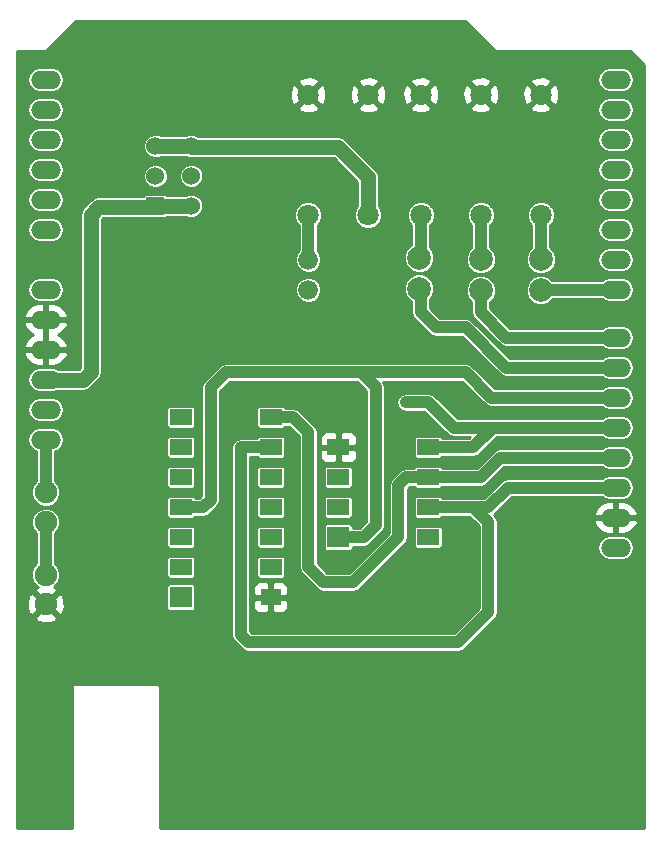
<source format=gtl>
G04 (created by PCBNEW (2013-jul-07)-stable) date Wed 25 Feb 2015 17:07:09 CET*
%MOIN*%
G04 Gerber Fmt 3.4, Leading zero omitted, Abs format*
%FSLAX34Y34*%
G01*
G70*
G90*
G04 APERTURE LIST*
%ADD10C,0.00590551*%
%ADD11O,0.1X0.06*%
%ADD12R,0.06X0.06*%
%ADD13C,0.06*%
%ADD14C,0.066*%
%ADD15R,0.0748031X0.0708661*%
%ADD16R,0.0748031X0.0551181*%
%ADD17R,0.0669291X0.0551181*%
%ADD18C,0.0748031*%
%ADD19C,0.0708661*%
%ADD20C,0.0787402*%
%ADD21C,0.035*%
%ADD22C,0.04*%
%ADD23C,0.05*%
%ADD24C,0.01*%
G04 APERTURE END LIST*
G54D10*
G54D11*
X61250Y-24250D03*
X61250Y-25250D03*
X61250Y-26250D03*
X61250Y-29250D03*
X61250Y-28250D03*
X61250Y-27250D03*
X61250Y-31250D03*
X61250Y-32250D03*
X61250Y-33250D03*
X61250Y-35250D03*
X61250Y-36250D03*
X80250Y-24250D03*
X80250Y-25250D03*
X80250Y-26250D03*
X80250Y-27250D03*
X80250Y-28250D03*
X80250Y-29250D03*
X80250Y-30250D03*
X80250Y-31250D03*
X80250Y-32850D03*
X80250Y-33850D03*
X80250Y-34850D03*
X80250Y-35850D03*
X80250Y-36850D03*
X80250Y-37850D03*
X80250Y-38850D03*
X80250Y-39850D03*
X61250Y-34250D03*
G54D12*
X64905Y-28460D03*
G54D13*
X64905Y-27460D03*
X64905Y-26460D03*
X66094Y-26460D03*
X66094Y-27460D03*
X66094Y-28460D03*
G54D14*
X70000Y-31250D03*
X70000Y-30250D03*
G54D15*
X65750Y-41500D03*
G54D16*
X65750Y-40500D03*
X65750Y-39500D03*
X65750Y-38500D03*
X65750Y-37500D03*
X65750Y-36500D03*
X65750Y-35500D03*
X68750Y-35500D03*
X68750Y-36500D03*
X68750Y-37500D03*
X68750Y-38500D03*
X68750Y-39500D03*
X68750Y-40500D03*
G54D17*
X68750Y-41500D03*
G54D18*
X61250Y-40750D03*
X61250Y-41734D03*
X61250Y-39000D03*
X61250Y-38000D03*
G54D15*
X71000Y-39500D03*
G54D16*
X71000Y-38500D03*
X71000Y-37500D03*
X71000Y-36500D03*
X74000Y-36500D03*
X74000Y-37500D03*
X74000Y-38500D03*
X74000Y-39500D03*
G54D19*
X77750Y-24750D03*
X77750Y-28750D03*
X75750Y-24750D03*
X75750Y-28750D03*
X73750Y-24750D03*
X73750Y-28750D03*
G54D20*
X77750Y-31261D03*
X77750Y-30238D03*
X75750Y-31261D03*
X75750Y-30238D03*
X73700Y-31211D03*
X73700Y-30188D03*
G54D19*
X72000Y-28750D03*
X72000Y-24750D03*
X70000Y-24750D03*
X70000Y-28750D03*
G54D21*
X73250Y-35000D03*
G54D22*
X73750Y-31261D02*
X73750Y-32000D01*
X76600Y-33850D02*
X80250Y-33850D01*
X75250Y-32500D02*
X76600Y-33850D01*
X74250Y-32500D02*
X75250Y-32500D01*
X73750Y-32000D02*
X74250Y-32500D01*
G54D23*
X66094Y-28460D02*
X64905Y-28460D01*
X62500Y-34250D02*
X61250Y-34250D01*
X62750Y-34000D02*
X62500Y-34250D01*
X62750Y-28750D02*
X62750Y-34000D01*
X63000Y-28500D02*
X62750Y-28750D01*
X64866Y-28500D02*
X63000Y-28500D01*
X64905Y-28460D02*
X64866Y-28500D01*
G54D22*
X61250Y-36250D02*
X61250Y-38000D01*
X74000Y-38500D02*
X75500Y-38500D01*
X75500Y-38500D02*
X75750Y-38750D01*
X68750Y-36500D02*
X67750Y-36500D01*
X67750Y-36500D02*
X67750Y-42750D01*
X67750Y-42750D02*
X68000Y-43000D01*
X68000Y-43000D02*
X75000Y-43000D01*
X75000Y-43000D02*
X76000Y-42000D01*
X76000Y-42000D02*
X76000Y-39000D01*
X76000Y-39000D02*
X75750Y-38750D01*
X75750Y-38750D02*
X75750Y-38750D01*
X80250Y-37850D02*
X76650Y-37850D01*
X76000Y-38500D02*
X74000Y-38500D01*
X76650Y-37850D02*
X76000Y-38500D01*
X61250Y-39000D02*
X61250Y-40750D01*
X77750Y-30238D02*
X77750Y-28750D01*
X75750Y-30238D02*
X75750Y-28750D01*
X73750Y-30238D02*
X73750Y-28750D01*
X65750Y-38500D02*
X66500Y-38500D01*
X67250Y-34000D02*
X71750Y-34000D01*
X66750Y-34500D02*
X67250Y-34000D01*
X66750Y-38250D02*
X66750Y-34500D01*
X66500Y-38500D02*
X66750Y-38250D01*
X71000Y-39500D02*
X71849Y-39500D01*
X72250Y-34500D02*
X71750Y-34000D01*
X72250Y-39099D02*
X72250Y-34500D01*
X71849Y-39500D02*
X72250Y-39099D01*
X80250Y-34850D02*
X76100Y-34850D01*
X75250Y-34000D02*
X72500Y-34000D01*
X76100Y-34850D02*
X75250Y-34000D01*
X71750Y-34000D02*
X72500Y-34000D01*
X80250Y-32850D02*
X76600Y-32850D01*
X75750Y-32000D02*
X75750Y-31261D01*
X76600Y-32850D02*
X75750Y-32000D01*
X80250Y-31250D02*
X77761Y-31250D01*
X77761Y-31250D02*
X77750Y-31261D01*
X68750Y-35500D02*
X69500Y-35500D01*
X73250Y-37500D02*
X74000Y-37500D01*
X73000Y-37750D02*
X73250Y-37500D01*
X73000Y-39500D02*
X73000Y-37750D01*
X71500Y-41000D02*
X73000Y-39500D01*
X70500Y-41000D02*
X71500Y-41000D01*
X70000Y-40500D02*
X70500Y-41000D01*
X70000Y-36000D02*
X70000Y-40500D01*
X69500Y-35500D02*
X70000Y-36000D01*
X80250Y-36850D02*
X76400Y-36850D01*
X75750Y-37500D02*
X74000Y-37500D01*
X76400Y-36850D02*
X75750Y-37500D01*
X74850Y-35850D02*
X76150Y-35850D01*
X74000Y-35000D02*
X74850Y-35850D01*
X73250Y-35000D02*
X74000Y-35000D01*
X74000Y-36500D02*
X75500Y-36500D01*
X75500Y-36500D02*
X76150Y-35850D01*
X80250Y-35850D02*
X76150Y-35850D01*
G54D23*
X64905Y-26460D02*
X66094Y-26460D01*
X66094Y-26460D02*
X66133Y-26500D01*
X66133Y-26500D02*
X71000Y-26500D01*
X71000Y-26500D02*
X72000Y-27500D01*
X72000Y-27500D02*
X72000Y-28750D01*
G54D22*
X70000Y-30250D02*
X70000Y-28750D01*
G54D10*
G36*
X81200Y-49200D02*
X80983Y-49200D01*
X80983Y-38985D01*
X80983Y-38714D01*
X80977Y-38685D01*
X80874Y-38496D01*
X80871Y-38494D01*
X80871Y-37850D01*
X80871Y-36850D01*
X80871Y-35850D01*
X80871Y-34850D01*
X80871Y-33850D01*
X80871Y-32850D01*
X80871Y-31250D01*
X80871Y-30250D01*
X80871Y-29250D01*
X80871Y-28250D01*
X80871Y-27250D01*
X80871Y-26250D01*
X80871Y-25250D01*
X80871Y-24250D01*
X80840Y-24093D01*
X80751Y-23960D01*
X80618Y-23871D01*
X80461Y-23840D01*
X80038Y-23840D01*
X79881Y-23871D01*
X79748Y-23960D01*
X79659Y-24093D01*
X79628Y-24250D01*
X79659Y-24406D01*
X79748Y-24539D01*
X79881Y-24628D01*
X80038Y-24660D01*
X80461Y-24660D01*
X80618Y-24628D01*
X80751Y-24539D01*
X80840Y-24406D01*
X80871Y-24250D01*
X80871Y-25250D01*
X80840Y-25093D01*
X80751Y-24960D01*
X80618Y-24871D01*
X80461Y-24840D01*
X80038Y-24840D01*
X79881Y-24871D01*
X79748Y-24960D01*
X79659Y-25093D01*
X79628Y-25250D01*
X79659Y-25406D01*
X79748Y-25539D01*
X79881Y-25628D01*
X80038Y-25660D01*
X80461Y-25660D01*
X80618Y-25628D01*
X80751Y-25539D01*
X80840Y-25406D01*
X80871Y-25250D01*
X80871Y-26250D01*
X80840Y-26093D01*
X80751Y-25960D01*
X80618Y-25871D01*
X80461Y-25840D01*
X80038Y-25840D01*
X79881Y-25871D01*
X79748Y-25960D01*
X79659Y-26093D01*
X79628Y-26250D01*
X79659Y-26406D01*
X79748Y-26539D01*
X79881Y-26628D01*
X80038Y-26660D01*
X80461Y-26660D01*
X80618Y-26628D01*
X80751Y-26539D01*
X80840Y-26406D01*
X80871Y-26250D01*
X80871Y-27250D01*
X80840Y-27093D01*
X80751Y-26960D01*
X80618Y-26871D01*
X80461Y-26840D01*
X80038Y-26840D01*
X79881Y-26871D01*
X79748Y-26960D01*
X79659Y-27093D01*
X79628Y-27250D01*
X79659Y-27406D01*
X79748Y-27539D01*
X79881Y-27628D01*
X80038Y-27660D01*
X80461Y-27660D01*
X80618Y-27628D01*
X80751Y-27539D01*
X80840Y-27406D01*
X80871Y-27250D01*
X80871Y-28250D01*
X80840Y-28093D01*
X80751Y-27960D01*
X80618Y-27871D01*
X80461Y-27840D01*
X80038Y-27840D01*
X79881Y-27871D01*
X79748Y-27960D01*
X79659Y-28093D01*
X79628Y-28250D01*
X79659Y-28406D01*
X79748Y-28539D01*
X79881Y-28628D01*
X80038Y-28660D01*
X80461Y-28660D01*
X80618Y-28628D01*
X80751Y-28539D01*
X80840Y-28406D01*
X80871Y-28250D01*
X80871Y-29250D01*
X80840Y-29093D01*
X80751Y-28960D01*
X80618Y-28871D01*
X80461Y-28840D01*
X80038Y-28840D01*
X79881Y-28871D01*
X79748Y-28960D01*
X79659Y-29093D01*
X79628Y-29250D01*
X79659Y-29406D01*
X79748Y-29539D01*
X79881Y-29628D01*
X80038Y-29660D01*
X80461Y-29660D01*
X80618Y-29628D01*
X80751Y-29539D01*
X80840Y-29406D01*
X80871Y-29250D01*
X80871Y-30250D01*
X80840Y-30093D01*
X80751Y-29960D01*
X80618Y-29871D01*
X80461Y-29840D01*
X80038Y-29840D01*
X79881Y-29871D01*
X79748Y-29960D01*
X79659Y-30093D01*
X79628Y-30250D01*
X79659Y-30406D01*
X79748Y-30539D01*
X79881Y-30628D01*
X80038Y-30660D01*
X80461Y-30660D01*
X80618Y-30628D01*
X80751Y-30539D01*
X80840Y-30406D01*
X80871Y-30250D01*
X80871Y-31250D01*
X80840Y-31093D01*
X80751Y-30960D01*
X80618Y-30871D01*
X80461Y-30840D01*
X80038Y-30840D01*
X79881Y-30871D01*
X79778Y-30940D01*
X78358Y-30940D01*
X78358Y-24844D01*
X78348Y-24604D01*
X78276Y-24429D01*
X78175Y-24395D01*
X78104Y-24466D01*
X78104Y-24324D01*
X78070Y-24223D01*
X77844Y-24141D01*
X77604Y-24151D01*
X77429Y-24223D01*
X77395Y-24324D01*
X77750Y-24679D01*
X78104Y-24324D01*
X78104Y-24466D01*
X77820Y-24750D01*
X78175Y-25104D01*
X78276Y-25070D01*
X78358Y-24844D01*
X78358Y-30940D01*
X78253Y-30940D01*
X78253Y-30138D01*
X78177Y-29953D01*
X78060Y-29835D01*
X78060Y-29096D01*
X78143Y-29013D01*
X78214Y-28842D01*
X78214Y-28658D01*
X78143Y-28487D01*
X78104Y-28447D01*
X78104Y-25175D01*
X77750Y-24820D01*
X77679Y-24891D01*
X77679Y-24750D01*
X77324Y-24395D01*
X77223Y-24429D01*
X77141Y-24655D01*
X77151Y-24895D01*
X77223Y-25070D01*
X77324Y-25104D01*
X77679Y-24750D01*
X77679Y-24891D01*
X77395Y-25175D01*
X77429Y-25276D01*
X77655Y-25358D01*
X77895Y-25348D01*
X78070Y-25276D01*
X78104Y-25175D01*
X78104Y-28447D01*
X78013Y-28356D01*
X77842Y-28285D01*
X77658Y-28285D01*
X77487Y-28356D01*
X77356Y-28486D01*
X77285Y-28657D01*
X77285Y-28841D01*
X77356Y-29012D01*
X77440Y-29096D01*
X77440Y-29835D01*
X77323Y-29952D01*
X77246Y-30137D01*
X77246Y-30337D01*
X77322Y-30523D01*
X77464Y-30664D01*
X77649Y-30741D01*
X77849Y-30741D01*
X78034Y-30665D01*
X78176Y-30523D01*
X78253Y-30338D01*
X78253Y-30138D01*
X78253Y-30940D01*
X78140Y-30940D01*
X78035Y-30835D01*
X77850Y-30758D01*
X77650Y-30758D01*
X77465Y-30834D01*
X77323Y-30976D01*
X77246Y-31161D01*
X77246Y-31361D01*
X77322Y-31546D01*
X77464Y-31688D01*
X77649Y-31765D01*
X77849Y-31765D01*
X78034Y-31689D01*
X78164Y-31560D01*
X79778Y-31560D01*
X79881Y-31628D01*
X80038Y-31660D01*
X80461Y-31660D01*
X80618Y-31628D01*
X80751Y-31539D01*
X80840Y-31406D01*
X80871Y-31250D01*
X80871Y-32850D01*
X80840Y-32693D01*
X80751Y-32560D01*
X80618Y-32471D01*
X80461Y-32440D01*
X80038Y-32440D01*
X79881Y-32471D01*
X79778Y-32540D01*
X76728Y-32540D01*
X76358Y-32170D01*
X76358Y-24844D01*
X76348Y-24604D01*
X76276Y-24429D01*
X76175Y-24395D01*
X76104Y-24466D01*
X76104Y-24324D01*
X76070Y-24223D01*
X75844Y-24141D01*
X75604Y-24151D01*
X75429Y-24223D01*
X75395Y-24324D01*
X75750Y-24679D01*
X76104Y-24324D01*
X76104Y-24466D01*
X75820Y-24750D01*
X76175Y-25104D01*
X76276Y-25070D01*
X76358Y-24844D01*
X76358Y-32170D01*
X76060Y-31871D01*
X76060Y-31664D01*
X76176Y-31547D01*
X76253Y-31362D01*
X76253Y-31162D01*
X76253Y-30138D01*
X76177Y-29953D01*
X76060Y-29835D01*
X76060Y-29096D01*
X76143Y-29013D01*
X76214Y-28842D01*
X76214Y-28658D01*
X76143Y-28487D01*
X76104Y-28447D01*
X76104Y-25175D01*
X75750Y-24820D01*
X75679Y-24891D01*
X75679Y-24750D01*
X75324Y-24395D01*
X75223Y-24429D01*
X75141Y-24655D01*
X75151Y-24895D01*
X75223Y-25070D01*
X75324Y-25104D01*
X75679Y-24750D01*
X75679Y-24891D01*
X75395Y-25175D01*
X75429Y-25276D01*
X75655Y-25358D01*
X75895Y-25348D01*
X76070Y-25276D01*
X76104Y-25175D01*
X76104Y-28447D01*
X76013Y-28356D01*
X75842Y-28285D01*
X75658Y-28285D01*
X75487Y-28356D01*
X75356Y-28486D01*
X75285Y-28657D01*
X75285Y-28841D01*
X75356Y-29012D01*
X75440Y-29096D01*
X75440Y-29835D01*
X75323Y-29952D01*
X75246Y-30137D01*
X75246Y-30337D01*
X75322Y-30523D01*
X75464Y-30664D01*
X75649Y-30741D01*
X75849Y-30741D01*
X76034Y-30665D01*
X76176Y-30523D01*
X76253Y-30338D01*
X76253Y-30138D01*
X76253Y-31162D01*
X76177Y-30976D01*
X76035Y-30835D01*
X75850Y-30758D01*
X75650Y-30758D01*
X75465Y-30834D01*
X75323Y-30976D01*
X75246Y-31161D01*
X75246Y-31361D01*
X75322Y-31546D01*
X75440Y-31664D01*
X75440Y-32000D01*
X75463Y-32118D01*
X75530Y-32219D01*
X76380Y-33069D01*
X76481Y-33136D01*
X76600Y-33160D01*
X79778Y-33160D01*
X79881Y-33228D01*
X80038Y-33260D01*
X80461Y-33260D01*
X80618Y-33228D01*
X80751Y-33139D01*
X80840Y-33006D01*
X80871Y-32850D01*
X80871Y-33850D01*
X80840Y-33693D01*
X80751Y-33560D01*
X80618Y-33471D01*
X80461Y-33440D01*
X80038Y-33440D01*
X79881Y-33471D01*
X79778Y-33540D01*
X76728Y-33540D01*
X75469Y-32280D01*
X75368Y-32213D01*
X75250Y-32190D01*
X74378Y-32190D01*
X74358Y-32170D01*
X74358Y-24844D01*
X74348Y-24604D01*
X74276Y-24429D01*
X74175Y-24395D01*
X74104Y-24466D01*
X74104Y-24324D01*
X74070Y-24223D01*
X73844Y-24141D01*
X73604Y-24151D01*
X73429Y-24223D01*
X73395Y-24324D01*
X73750Y-24679D01*
X74104Y-24324D01*
X74104Y-24466D01*
X73820Y-24750D01*
X74175Y-25104D01*
X74276Y-25070D01*
X74358Y-24844D01*
X74358Y-32170D01*
X74214Y-32026D01*
X74214Y-28658D01*
X74143Y-28487D01*
X74104Y-28447D01*
X74104Y-25175D01*
X73750Y-24820D01*
X73679Y-24891D01*
X73679Y-24750D01*
X73324Y-24395D01*
X73223Y-24429D01*
X73141Y-24655D01*
X73151Y-24895D01*
X73223Y-25070D01*
X73324Y-25104D01*
X73679Y-24750D01*
X73679Y-24891D01*
X73395Y-25175D01*
X73429Y-25276D01*
X73655Y-25358D01*
X73895Y-25348D01*
X74070Y-25276D01*
X74104Y-25175D01*
X74104Y-28447D01*
X74013Y-28356D01*
X73842Y-28285D01*
X73658Y-28285D01*
X73487Y-28356D01*
X73356Y-28486D01*
X73285Y-28657D01*
X73285Y-28841D01*
X73356Y-29012D01*
X73440Y-29096D01*
X73440Y-29750D01*
X73415Y-29760D01*
X73273Y-29902D01*
X73196Y-30087D01*
X73196Y-30287D01*
X73272Y-30473D01*
X73414Y-30614D01*
X73599Y-30691D01*
X73799Y-30691D01*
X73984Y-30615D01*
X74126Y-30473D01*
X74203Y-30288D01*
X74203Y-30088D01*
X74127Y-29903D01*
X74060Y-29835D01*
X74060Y-29096D01*
X74143Y-29013D01*
X74214Y-28842D01*
X74214Y-28658D01*
X74214Y-32026D01*
X74060Y-31871D01*
X74060Y-31564D01*
X74126Y-31497D01*
X74203Y-31312D01*
X74203Y-31112D01*
X74127Y-30926D01*
X73985Y-30785D01*
X73800Y-30708D01*
X73600Y-30708D01*
X73415Y-30784D01*
X73273Y-30926D01*
X73196Y-31111D01*
X73196Y-31311D01*
X73272Y-31496D01*
X73414Y-31638D01*
X73440Y-31649D01*
X73440Y-32000D01*
X73463Y-32118D01*
X73530Y-32219D01*
X74030Y-32719D01*
X74131Y-32786D01*
X74250Y-32810D01*
X75121Y-32810D01*
X76380Y-34069D01*
X76481Y-34136D01*
X76600Y-34160D01*
X79778Y-34160D01*
X79881Y-34228D01*
X80038Y-34260D01*
X80461Y-34260D01*
X80618Y-34228D01*
X80751Y-34139D01*
X80840Y-34006D01*
X80871Y-33850D01*
X80871Y-34850D01*
X80840Y-34693D01*
X80751Y-34560D01*
X80618Y-34471D01*
X80461Y-34440D01*
X80038Y-34440D01*
X79881Y-34471D01*
X79778Y-34540D01*
X76228Y-34540D01*
X75469Y-33780D01*
X75368Y-33713D01*
X75250Y-33690D01*
X72608Y-33690D01*
X72608Y-24844D01*
X72598Y-24604D01*
X72526Y-24429D01*
X72425Y-24395D01*
X72354Y-24466D01*
X72354Y-24324D01*
X72320Y-24223D01*
X72094Y-24141D01*
X71854Y-24151D01*
X71679Y-24223D01*
X71645Y-24324D01*
X72000Y-24679D01*
X72354Y-24324D01*
X72354Y-24466D01*
X72070Y-24750D01*
X72425Y-25104D01*
X72526Y-25070D01*
X72608Y-24844D01*
X72608Y-33690D01*
X72500Y-33690D01*
X72464Y-33690D01*
X72464Y-28658D01*
X72393Y-28487D01*
X72360Y-28453D01*
X72360Y-27500D01*
X72354Y-27472D01*
X72354Y-25175D01*
X72000Y-24820D01*
X71929Y-24891D01*
X71929Y-24750D01*
X71574Y-24395D01*
X71473Y-24429D01*
X71391Y-24655D01*
X71401Y-24895D01*
X71473Y-25070D01*
X71574Y-25104D01*
X71929Y-24750D01*
X71929Y-24891D01*
X71645Y-25175D01*
X71679Y-25276D01*
X71905Y-25358D01*
X72145Y-25348D01*
X72320Y-25276D01*
X72354Y-25175D01*
X72354Y-27472D01*
X72332Y-27362D01*
X72254Y-27245D01*
X72254Y-27245D01*
X71254Y-26245D01*
X71137Y-26167D01*
X71000Y-26140D01*
X70608Y-26140D01*
X70608Y-24844D01*
X70598Y-24604D01*
X70526Y-24429D01*
X70425Y-24395D01*
X70354Y-24466D01*
X70354Y-24324D01*
X70320Y-24223D01*
X70094Y-24141D01*
X69854Y-24151D01*
X69679Y-24223D01*
X69645Y-24324D01*
X70000Y-24679D01*
X70354Y-24324D01*
X70354Y-24466D01*
X70070Y-24750D01*
X70425Y-25104D01*
X70526Y-25070D01*
X70608Y-24844D01*
X70608Y-26140D01*
X70354Y-26140D01*
X70354Y-25175D01*
X70000Y-24820D01*
X69929Y-24891D01*
X69929Y-24750D01*
X69574Y-24395D01*
X69473Y-24429D01*
X69391Y-24655D01*
X69401Y-24895D01*
X69473Y-25070D01*
X69574Y-25104D01*
X69929Y-24750D01*
X69929Y-24891D01*
X69645Y-25175D01*
X69679Y-25276D01*
X69905Y-25358D01*
X70145Y-25348D01*
X70320Y-25276D01*
X70354Y-25175D01*
X70354Y-26140D01*
X66353Y-26140D01*
X66327Y-26113D01*
X66176Y-26050D01*
X66013Y-26050D01*
X65892Y-26100D01*
X65107Y-26100D01*
X64987Y-26050D01*
X64824Y-26050D01*
X64673Y-26112D01*
X64558Y-26228D01*
X64495Y-26378D01*
X64495Y-26541D01*
X64557Y-26692D01*
X64672Y-26808D01*
X64823Y-26870D01*
X64986Y-26870D01*
X65107Y-26820D01*
X65892Y-26820D01*
X66012Y-26870D01*
X66175Y-26870D01*
X66201Y-26860D01*
X70850Y-26860D01*
X71640Y-27649D01*
X71640Y-28453D01*
X71606Y-28486D01*
X71535Y-28657D01*
X71535Y-28841D01*
X71606Y-29012D01*
X71736Y-29143D01*
X71907Y-29214D01*
X72091Y-29214D01*
X72262Y-29143D01*
X72393Y-29013D01*
X72464Y-28842D01*
X72464Y-28658D01*
X72464Y-33690D01*
X71750Y-33690D01*
X70464Y-33690D01*
X70464Y-28658D01*
X70393Y-28487D01*
X70263Y-28356D01*
X70092Y-28285D01*
X69908Y-28285D01*
X69737Y-28356D01*
X69606Y-28486D01*
X69535Y-28657D01*
X69535Y-28841D01*
X69606Y-29012D01*
X69690Y-29096D01*
X69690Y-29937D01*
X69627Y-30000D01*
X69560Y-30162D01*
X69559Y-30337D01*
X69626Y-30498D01*
X69750Y-30622D01*
X69912Y-30689D01*
X70087Y-30690D01*
X70248Y-30623D01*
X70372Y-30499D01*
X70439Y-30337D01*
X70440Y-30162D01*
X70373Y-30001D01*
X70310Y-29937D01*
X70310Y-29096D01*
X70393Y-29013D01*
X70464Y-28842D01*
X70464Y-28658D01*
X70464Y-33690D01*
X70440Y-33690D01*
X70440Y-31162D01*
X70373Y-31001D01*
X70249Y-30877D01*
X70087Y-30810D01*
X69912Y-30809D01*
X69751Y-30876D01*
X69627Y-31000D01*
X69560Y-31162D01*
X69559Y-31337D01*
X69626Y-31498D01*
X69750Y-31622D01*
X69912Y-31689D01*
X70087Y-31690D01*
X70248Y-31623D01*
X70372Y-31499D01*
X70439Y-31337D01*
X70440Y-31162D01*
X70440Y-33690D01*
X67250Y-33690D01*
X67131Y-33713D01*
X67030Y-33780D01*
X66530Y-34280D01*
X66504Y-34320D01*
X66504Y-28379D01*
X66504Y-27379D01*
X66442Y-27228D01*
X66327Y-27113D01*
X66176Y-27050D01*
X66013Y-27050D01*
X65862Y-27112D01*
X65747Y-27228D01*
X65684Y-27378D01*
X65684Y-27541D01*
X65746Y-27692D01*
X65861Y-27808D01*
X66012Y-27870D01*
X66175Y-27870D01*
X66326Y-27808D01*
X66441Y-27693D01*
X66504Y-27542D01*
X66504Y-27379D01*
X66504Y-28379D01*
X66442Y-28228D01*
X66327Y-28113D01*
X66176Y-28050D01*
X66013Y-28050D01*
X65892Y-28100D01*
X65315Y-28100D01*
X65315Y-27379D01*
X65253Y-27228D01*
X65138Y-27113D01*
X64987Y-27050D01*
X64824Y-27050D01*
X64673Y-27112D01*
X64558Y-27228D01*
X64495Y-27378D01*
X64495Y-27541D01*
X64557Y-27692D01*
X64672Y-27808D01*
X64823Y-27870D01*
X64986Y-27870D01*
X65137Y-27808D01*
X65252Y-27693D01*
X65315Y-27542D01*
X65315Y-27379D01*
X65315Y-28100D01*
X65299Y-28100D01*
X65298Y-28098D01*
X65267Y-28067D01*
X65227Y-28050D01*
X65183Y-28050D01*
X64583Y-28050D01*
X64543Y-28067D01*
X64512Y-28098D01*
X64495Y-28138D01*
X64495Y-28140D01*
X63000Y-28140D01*
X62862Y-28167D01*
X62745Y-28245D01*
X62495Y-28495D01*
X62417Y-28612D01*
X62390Y-28750D01*
X62390Y-33850D01*
X62350Y-33890D01*
X61983Y-33890D01*
X61983Y-33385D01*
X61983Y-33114D01*
X61977Y-33085D01*
X61874Y-32896D01*
X61706Y-32761D01*
X61669Y-32750D01*
X61706Y-32738D01*
X61874Y-32603D01*
X61977Y-32414D01*
X61983Y-32385D01*
X61983Y-32114D01*
X61977Y-32085D01*
X61874Y-31896D01*
X61871Y-31894D01*
X61871Y-31250D01*
X61871Y-29250D01*
X61871Y-28250D01*
X61871Y-27250D01*
X61871Y-26250D01*
X61871Y-25250D01*
X61871Y-24250D01*
X61840Y-24093D01*
X61751Y-23960D01*
X61618Y-23871D01*
X61461Y-23840D01*
X61038Y-23840D01*
X60881Y-23871D01*
X60748Y-23960D01*
X60659Y-24093D01*
X60628Y-24250D01*
X60659Y-24406D01*
X60748Y-24539D01*
X60881Y-24628D01*
X61038Y-24660D01*
X61461Y-24660D01*
X61618Y-24628D01*
X61751Y-24539D01*
X61840Y-24406D01*
X61871Y-24250D01*
X61871Y-25250D01*
X61840Y-25093D01*
X61751Y-24960D01*
X61618Y-24871D01*
X61461Y-24840D01*
X61038Y-24840D01*
X60881Y-24871D01*
X60748Y-24960D01*
X60659Y-25093D01*
X60628Y-25250D01*
X60659Y-25406D01*
X60748Y-25539D01*
X60881Y-25628D01*
X61038Y-25660D01*
X61461Y-25660D01*
X61618Y-25628D01*
X61751Y-25539D01*
X61840Y-25406D01*
X61871Y-25250D01*
X61871Y-26250D01*
X61840Y-26093D01*
X61751Y-25960D01*
X61618Y-25871D01*
X61461Y-25840D01*
X61038Y-25840D01*
X60881Y-25871D01*
X60748Y-25960D01*
X60659Y-26093D01*
X60628Y-26250D01*
X60659Y-26406D01*
X60748Y-26539D01*
X60881Y-26628D01*
X61038Y-26660D01*
X61461Y-26660D01*
X61618Y-26628D01*
X61751Y-26539D01*
X61840Y-26406D01*
X61871Y-26250D01*
X61871Y-27250D01*
X61840Y-27093D01*
X61751Y-26960D01*
X61618Y-26871D01*
X61461Y-26840D01*
X61038Y-26840D01*
X60881Y-26871D01*
X60748Y-26960D01*
X60659Y-27093D01*
X60628Y-27250D01*
X60659Y-27406D01*
X60748Y-27539D01*
X60881Y-27628D01*
X61038Y-27660D01*
X61461Y-27660D01*
X61618Y-27628D01*
X61751Y-27539D01*
X61840Y-27406D01*
X61871Y-27250D01*
X61871Y-28250D01*
X61840Y-28093D01*
X61751Y-27960D01*
X61618Y-27871D01*
X61461Y-27840D01*
X61038Y-27840D01*
X60881Y-27871D01*
X60748Y-27960D01*
X60659Y-28093D01*
X60628Y-28250D01*
X60659Y-28406D01*
X60748Y-28539D01*
X60881Y-28628D01*
X61038Y-28660D01*
X61461Y-28660D01*
X61618Y-28628D01*
X61751Y-28539D01*
X61840Y-28406D01*
X61871Y-28250D01*
X61871Y-29250D01*
X61840Y-29093D01*
X61751Y-28960D01*
X61618Y-28871D01*
X61461Y-28840D01*
X61038Y-28840D01*
X60881Y-28871D01*
X60748Y-28960D01*
X60659Y-29093D01*
X60628Y-29250D01*
X60659Y-29406D01*
X60748Y-29539D01*
X60881Y-29628D01*
X61038Y-29660D01*
X61461Y-29660D01*
X61618Y-29628D01*
X61751Y-29539D01*
X61840Y-29406D01*
X61871Y-29250D01*
X61871Y-31250D01*
X61840Y-31093D01*
X61751Y-30960D01*
X61618Y-30871D01*
X61461Y-30840D01*
X61038Y-30840D01*
X60881Y-30871D01*
X60748Y-30960D01*
X60659Y-31093D01*
X60628Y-31250D01*
X60659Y-31406D01*
X60748Y-31539D01*
X60881Y-31628D01*
X61038Y-31660D01*
X61461Y-31660D01*
X61618Y-31628D01*
X61751Y-31539D01*
X61840Y-31406D01*
X61871Y-31250D01*
X61871Y-31894D01*
X61706Y-31761D01*
X61500Y-31700D01*
X61300Y-31700D01*
X61300Y-32200D01*
X61934Y-32200D01*
X61983Y-32114D01*
X61983Y-32385D01*
X61934Y-32300D01*
X61300Y-32300D01*
X61300Y-32700D01*
X61300Y-32800D01*
X61300Y-33200D01*
X61934Y-33200D01*
X61983Y-33114D01*
X61983Y-33385D01*
X61934Y-33300D01*
X61300Y-33300D01*
X61300Y-33800D01*
X61500Y-33800D01*
X61706Y-33738D01*
X61874Y-33603D01*
X61977Y-33414D01*
X61983Y-33385D01*
X61983Y-33890D01*
X61646Y-33890D01*
X61618Y-33871D01*
X61461Y-33840D01*
X61200Y-33840D01*
X61200Y-33800D01*
X61200Y-33300D01*
X61200Y-33200D01*
X61200Y-32800D01*
X61200Y-32700D01*
X61200Y-32300D01*
X61200Y-32200D01*
X61200Y-31700D01*
X61000Y-31700D01*
X60793Y-31761D01*
X60625Y-31896D01*
X60522Y-32085D01*
X60516Y-32114D01*
X60565Y-32200D01*
X61200Y-32200D01*
X61200Y-32300D01*
X60565Y-32300D01*
X60516Y-32385D01*
X60522Y-32414D01*
X60625Y-32603D01*
X60793Y-32738D01*
X60830Y-32750D01*
X60793Y-32761D01*
X60625Y-32896D01*
X60522Y-33085D01*
X60516Y-33114D01*
X60565Y-33200D01*
X61200Y-33200D01*
X61200Y-33300D01*
X60565Y-33300D01*
X60516Y-33385D01*
X60522Y-33414D01*
X60625Y-33603D01*
X60793Y-33738D01*
X61000Y-33800D01*
X61200Y-33800D01*
X61200Y-33840D01*
X61038Y-33840D01*
X60881Y-33871D01*
X60748Y-33960D01*
X60659Y-34093D01*
X60628Y-34250D01*
X60659Y-34406D01*
X60748Y-34539D01*
X60881Y-34628D01*
X61038Y-34660D01*
X61461Y-34660D01*
X61618Y-34628D01*
X61646Y-34610D01*
X62500Y-34610D01*
X62500Y-34609D01*
X62637Y-34582D01*
X62637Y-34582D01*
X62754Y-34504D01*
X63004Y-34254D01*
X63004Y-34254D01*
X63082Y-34137D01*
X63109Y-34000D01*
X63110Y-34000D01*
X63110Y-28899D01*
X63149Y-28860D01*
X64557Y-28860D01*
X64583Y-28870D01*
X64627Y-28870D01*
X65227Y-28870D01*
X65267Y-28853D01*
X65298Y-28823D01*
X65299Y-28820D01*
X65892Y-28820D01*
X66012Y-28870D01*
X66175Y-28870D01*
X66326Y-28808D01*
X66441Y-28693D01*
X66504Y-28542D01*
X66504Y-28379D01*
X66504Y-34320D01*
X66463Y-34381D01*
X66440Y-34500D01*
X66440Y-38121D01*
X66371Y-38190D01*
X66234Y-38190D01*
X66234Y-37753D01*
X66234Y-37202D01*
X66234Y-36753D01*
X66234Y-36202D01*
X66234Y-35753D01*
X66234Y-35202D01*
X66217Y-35162D01*
X66186Y-35131D01*
X66145Y-35114D01*
X66102Y-35114D01*
X65354Y-35114D01*
X65313Y-35131D01*
X65282Y-35162D01*
X65266Y-35202D01*
X65265Y-35246D01*
X65265Y-35797D01*
X65282Y-35837D01*
X65313Y-35868D01*
X65354Y-35885D01*
X65397Y-35885D01*
X66145Y-35885D01*
X66186Y-35868D01*
X66217Y-35837D01*
X66233Y-35797D01*
X66234Y-35753D01*
X66234Y-36202D01*
X66217Y-36162D01*
X66186Y-36131D01*
X66145Y-36114D01*
X66102Y-36114D01*
X65354Y-36114D01*
X65313Y-36131D01*
X65282Y-36162D01*
X65266Y-36202D01*
X65265Y-36246D01*
X65265Y-36797D01*
X65282Y-36837D01*
X65313Y-36868D01*
X65354Y-36885D01*
X65397Y-36885D01*
X66145Y-36885D01*
X66186Y-36868D01*
X66217Y-36837D01*
X66233Y-36797D01*
X66234Y-36753D01*
X66234Y-37202D01*
X66217Y-37162D01*
X66186Y-37131D01*
X66145Y-37114D01*
X66102Y-37114D01*
X65354Y-37114D01*
X65313Y-37131D01*
X65282Y-37162D01*
X65266Y-37202D01*
X65265Y-37246D01*
X65265Y-37797D01*
X65282Y-37837D01*
X65313Y-37868D01*
X65354Y-37885D01*
X65397Y-37885D01*
X66145Y-37885D01*
X66186Y-37868D01*
X66217Y-37837D01*
X66233Y-37797D01*
X66234Y-37753D01*
X66234Y-38190D01*
X66228Y-38190D01*
X66217Y-38162D01*
X66186Y-38131D01*
X66145Y-38114D01*
X66102Y-38114D01*
X65354Y-38114D01*
X65313Y-38131D01*
X65282Y-38162D01*
X65266Y-38202D01*
X65265Y-38246D01*
X65265Y-38797D01*
X65282Y-38837D01*
X65313Y-38868D01*
X65354Y-38885D01*
X65397Y-38885D01*
X66145Y-38885D01*
X66186Y-38868D01*
X66217Y-38837D01*
X66228Y-38810D01*
X66500Y-38810D01*
X66618Y-38786D01*
X66719Y-38719D01*
X66969Y-38469D01*
X66969Y-38469D01*
X66969Y-38469D01*
X67009Y-38408D01*
X67036Y-38368D01*
X67036Y-38368D01*
X67060Y-38250D01*
X67060Y-34628D01*
X67378Y-34310D01*
X71621Y-34310D01*
X71940Y-34628D01*
X71940Y-38971D01*
X71721Y-39190D01*
X71624Y-39190D01*
X71624Y-36825D01*
X71624Y-36174D01*
X71586Y-36082D01*
X71515Y-36012D01*
X71423Y-35974D01*
X71324Y-35974D01*
X71112Y-35974D01*
X71050Y-36036D01*
X71050Y-36450D01*
X71561Y-36450D01*
X71624Y-36387D01*
X71624Y-36174D01*
X71624Y-36825D01*
X71624Y-36612D01*
X71561Y-36550D01*
X71050Y-36550D01*
X71050Y-36963D01*
X71112Y-37025D01*
X71324Y-37025D01*
X71423Y-37025D01*
X71515Y-36987D01*
X71586Y-36917D01*
X71624Y-36825D01*
X71624Y-39190D01*
X71484Y-39190D01*
X71484Y-39123D01*
X71484Y-38753D01*
X71484Y-38202D01*
X71484Y-37753D01*
X71484Y-37202D01*
X71467Y-37162D01*
X71436Y-37131D01*
X71395Y-37114D01*
X71352Y-37114D01*
X70950Y-37114D01*
X70950Y-36963D01*
X70950Y-36550D01*
X70950Y-36450D01*
X70950Y-36036D01*
X70887Y-35974D01*
X70675Y-35974D01*
X70576Y-35974D01*
X70484Y-36012D01*
X70413Y-36082D01*
X70375Y-36174D01*
X70375Y-36387D01*
X70438Y-36450D01*
X70950Y-36450D01*
X70950Y-36550D01*
X70438Y-36550D01*
X70375Y-36612D01*
X70375Y-36825D01*
X70413Y-36917D01*
X70484Y-36987D01*
X70576Y-37025D01*
X70675Y-37025D01*
X70887Y-37025D01*
X70950Y-36963D01*
X70950Y-37114D01*
X70604Y-37114D01*
X70563Y-37131D01*
X70532Y-37162D01*
X70516Y-37202D01*
X70515Y-37246D01*
X70515Y-37797D01*
X70532Y-37837D01*
X70563Y-37868D01*
X70604Y-37885D01*
X70647Y-37885D01*
X71395Y-37885D01*
X71436Y-37868D01*
X71467Y-37837D01*
X71483Y-37797D01*
X71484Y-37753D01*
X71484Y-38202D01*
X71467Y-38162D01*
X71436Y-38131D01*
X71395Y-38114D01*
X71352Y-38114D01*
X70604Y-38114D01*
X70563Y-38131D01*
X70532Y-38162D01*
X70516Y-38202D01*
X70515Y-38246D01*
X70515Y-38797D01*
X70532Y-38837D01*
X70563Y-38868D01*
X70604Y-38885D01*
X70647Y-38885D01*
X71395Y-38885D01*
X71436Y-38868D01*
X71467Y-38837D01*
X71483Y-38797D01*
X71484Y-38753D01*
X71484Y-39123D01*
X71467Y-39083D01*
X71436Y-39052D01*
X71395Y-39035D01*
X71352Y-39035D01*
X70604Y-39035D01*
X70563Y-39052D01*
X70532Y-39083D01*
X70516Y-39123D01*
X70515Y-39167D01*
X70515Y-39876D01*
X70532Y-39916D01*
X70563Y-39947D01*
X70604Y-39964D01*
X70647Y-39964D01*
X71395Y-39964D01*
X71436Y-39947D01*
X71467Y-39916D01*
X71483Y-39876D01*
X71484Y-39832D01*
X71484Y-39810D01*
X71849Y-39810D01*
X71968Y-39786D01*
X72069Y-39719D01*
X72469Y-39319D01*
X72469Y-39319D01*
X72469Y-39319D01*
X72536Y-39218D01*
X72536Y-39218D01*
X72555Y-39123D01*
X72560Y-39099D01*
X72559Y-39099D01*
X72560Y-39099D01*
X72560Y-34500D01*
X72536Y-34381D01*
X72488Y-34310D01*
X72500Y-34310D01*
X75121Y-34310D01*
X75880Y-35069D01*
X75981Y-35136D01*
X76100Y-35160D01*
X79778Y-35160D01*
X79881Y-35228D01*
X80038Y-35260D01*
X80461Y-35260D01*
X80618Y-35228D01*
X80751Y-35139D01*
X80840Y-35006D01*
X80871Y-34850D01*
X80871Y-35850D01*
X80840Y-35693D01*
X80751Y-35560D01*
X80618Y-35471D01*
X80461Y-35440D01*
X80038Y-35440D01*
X79881Y-35471D01*
X79778Y-35540D01*
X76150Y-35540D01*
X74978Y-35540D01*
X74219Y-34780D01*
X74118Y-34713D01*
X74000Y-34690D01*
X73250Y-34690D01*
X73131Y-34713D01*
X73030Y-34780D01*
X72963Y-34881D01*
X72940Y-35000D01*
X72963Y-35118D01*
X73030Y-35219D01*
X73131Y-35286D01*
X73250Y-35310D01*
X73871Y-35310D01*
X74630Y-36069D01*
X74731Y-36136D01*
X74850Y-36160D01*
X75401Y-36160D01*
X75371Y-36190D01*
X74478Y-36190D01*
X74467Y-36162D01*
X74436Y-36131D01*
X74395Y-36114D01*
X74352Y-36114D01*
X73604Y-36114D01*
X73563Y-36131D01*
X73532Y-36162D01*
X73516Y-36202D01*
X73515Y-36246D01*
X73515Y-36797D01*
X73532Y-36837D01*
X73563Y-36868D01*
X73604Y-36885D01*
X73647Y-36885D01*
X74395Y-36885D01*
X74436Y-36868D01*
X74467Y-36837D01*
X74478Y-36810D01*
X75500Y-36810D01*
X75618Y-36786D01*
X75719Y-36719D01*
X76278Y-36160D01*
X79778Y-36160D01*
X79881Y-36228D01*
X80038Y-36260D01*
X80461Y-36260D01*
X80618Y-36228D01*
X80751Y-36139D01*
X80840Y-36006D01*
X80871Y-35850D01*
X80871Y-36850D01*
X80840Y-36693D01*
X80751Y-36560D01*
X80618Y-36471D01*
X80461Y-36440D01*
X80038Y-36440D01*
X79881Y-36471D01*
X79778Y-36540D01*
X76400Y-36540D01*
X76281Y-36563D01*
X76180Y-36630D01*
X76180Y-36630D01*
X75621Y-37190D01*
X74478Y-37190D01*
X74467Y-37162D01*
X74436Y-37131D01*
X74395Y-37114D01*
X74352Y-37114D01*
X73604Y-37114D01*
X73563Y-37131D01*
X73532Y-37162D01*
X73521Y-37190D01*
X73250Y-37190D01*
X73131Y-37213D01*
X73091Y-37240D01*
X73030Y-37280D01*
X73030Y-37280D01*
X72780Y-37530D01*
X72713Y-37631D01*
X72690Y-37750D01*
X72690Y-39371D01*
X71371Y-40690D01*
X70628Y-40690D01*
X70310Y-40371D01*
X70310Y-36000D01*
X70286Y-35881D01*
X70219Y-35780D01*
X69719Y-35280D01*
X69618Y-35213D01*
X69500Y-35190D01*
X69228Y-35190D01*
X69217Y-35162D01*
X69186Y-35131D01*
X69145Y-35114D01*
X69102Y-35114D01*
X68354Y-35114D01*
X68313Y-35131D01*
X68282Y-35162D01*
X68266Y-35202D01*
X68265Y-35246D01*
X68265Y-35797D01*
X68282Y-35837D01*
X68313Y-35868D01*
X68354Y-35885D01*
X68397Y-35885D01*
X69145Y-35885D01*
X69186Y-35868D01*
X69217Y-35837D01*
X69228Y-35810D01*
X69371Y-35810D01*
X69690Y-36128D01*
X69690Y-40500D01*
X69713Y-40618D01*
X69780Y-40719D01*
X70280Y-41219D01*
X70381Y-41286D01*
X70500Y-41310D01*
X71500Y-41310D01*
X71618Y-41286D01*
X71719Y-41219D01*
X73219Y-39719D01*
X73219Y-39719D01*
X73219Y-39719D01*
X73286Y-39618D01*
X73286Y-39618D01*
X73310Y-39500D01*
X73310Y-37878D01*
X73378Y-37810D01*
X73521Y-37810D01*
X73532Y-37837D01*
X73563Y-37868D01*
X73604Y-37885D01*
X73647Y-37885D01*
X74395Y-37885D01*
X74436Y-37868D01*
X74467Y-37837D01*
X74478Y-37810D01*
X75750Y-37810D01*
X75868Y-37786D01*
X75969Y-37719D01*
X76528Y-37160D01*
X79778Y-37160D01*
X79881Y-37228D01*
X80038Y-37260D01*
X80461Y-37260D01*
X80618Y-37228D01*
X80751Y-37139D01*
X80840Y-37006D01*
X80871Y-36850D01*
X80871Y-37850D01*
X80840Y-37693D01*
X80751Y-37560D01*
X80618Y-37471D01*
X80461Y-37440D01*
X80038Y-37440D01*
X79881Y-37471D01*
X79778Y-37540D01*
X76650Y-37540D01*
X76531Y-37563D01*
X76430Y-37630D01*
X76430Y-37630D01*
X75871Y-38190D01*
X75500Y-38190D01*
X74478Y-38190D01*
X74467Y-38162D01*
X74436Y-38131D01*
X74395Y-38114D01*
X74352Y-38114D01*
X73604Y-38114D01*
X73563Y-38131D01*
X73532Y-38162D01*
X73516Y-38202D01*
X73515Y-38246D01*
X73515Y-38797D01*
X73532Y-38837D01*
X73563Y-38868D01*
X73604Y-38885D01*
X73647Y-38885D01*
X74395Y-38885D01*
X74436Y-38868D01*
X74467Y-38837D01*
X74478Y-38810D01*
X75371Y-38810D01*
X75530Y-38969D01*
X75530Y-38969D01*
X75690Y-39128D01*
X75690Y-41871D01*
X74871Y-42690D01*
X74484Y-42690D01*
X74484Y-39753D01*
X74484Y-39202D01*
X74467Y-39162D01*
X74436Y-39131D01*
X74395Y-39114D01*
X74352Y-39114D01*
X73604Y-39114D01*
X73563Y-39131D01*
X73532Y-39162D01*
X73516Y-39202D01*
X73515Y-39246D01*
X73515Y-39797D01*
X73532Y-39837D01*
X73563Y-39868D01*
X73604Y-39885D01*
X73647Y-39885D01*
X74395Y-39885D01*
X74436Y-39868D01*
X74467Y-39837D01*
X74483Y-39797D01*
X74484Y-39753D01*
X74484Y-42690D01*
X69334Y-42690D01*
X69334Y-41825D01*
X69334Y-41174D01*
X69296Y-41082D01*
X69234Y-41020D01*
X69234Y-40753D01*
X69234Y-40202D01*
X69234Y-39753D01*
X69234Y-39202D01*
X69234Y-38753D01*
X69234Y-38202D01*
X69234Y-37753D01*
X69234Y-37202D01*
X69217Y-37162D01*
X69186Y-37131D01*
X69145Y-37114D01*
X69102Y-37114D01*
X68354Y-37114D01*
X68313Y-37131D01*
X68282Y-37162D01*
X68266Y-37202D01*
X68265Y-37246D01*
X68265Y-37797D01*
X68282Y-37837D01*
X68313Y-37868D01*
X68354Y-37885D01*
X68397Y-37885D01*
X69145Y-37885D01*
X69186Y-37868D01*
X69217Y-37837D01*
X69233Y-37797D01*
X69234Y-37753D01*
X69234Y-38202D01*
X69217Y-38162D01*
X69186Y-38131D01*
X69145Y-38114D01*
X69102Y-38114D01*
X68354Y-38114D01*
X68313Y-38131D01*
X68282Y-38162D01*
X68266Y-38202D01*
X68265Y-38246D01*
X68265Y-38797D01*
X68282Y-38837D01*
X68313Y-38868D01*
X68354Y-38885D01*
X68397Y-38885D01*
X69145Y-38885D01*
X69186Y-38868D01*
X69217Y-38837D01*
X69233Y-38797D01*
X69234Y-38753D01*
X69234Y-39202D01*
X69217Y-39162D01*
X69186Y-39131D01*
X69145Y-39114D01*
X69102Y-39114D01*
X68354Y-39114D01*
X68313Y-39131D01*
X68282Y-39162D01*
X68266Y-39202D01*
X68265Y-39246D01*
X68265Y-39797D01*
X68282Y-39837D01*
X68313Y-39868D01*
X68354Y-39885D01*
X68397Y-39885D01*
X69145Y-39885D01*
X69186Y-39868D01*
X69217Y-39837D01*
X69233Y-39797D01*
X69234Y-39753D01*
X69234Y-40202D01*
X69217Y-40162D01*
X69186Y-40131D01*
X69145Y-40114D01*
X69102Y-40114D01*
X68354Y-40114D01*
X68313Y-40131D01*
X68282Y-40162D01*
X68266Y-40202D01*
X68265Y-40246D01*
X68265Y-40797D01*
X68282Y-40837D01*
X68313Y-40868D01*
X68354Y-40885D01*
X68397Y-40885D01*
X69145Y-40885D01*
X69186Y-40868D01*
X69217Y-40837D01*
X69233Y-40797D01*
X69234Y-40753D01*
X69234Y-41020D01*
X69226Y-41012D01*
X69134Y-40974D01*
X69035Y-40974D01*
X68862Y-40974D01*
X68800Y-41036D01*
X68800Y-41450D01*
X69272Y-41450D01*
X69334Y-41387D01*
X69334Y-41174D01*
X69334Y-41825D01*
X69334Y-41612D01*
X69272Y-41550D01*
X68800Y-41550D01*
X68800Y-41963D01*
X68862Y-42025D01*
X69035Y-42025D01*
X69134Y-42025D01*
X69226Y-41987D01*
X69296Y-41917D01*
X69334Y-41825D01*
X69334Y-42690D01*
X68700Y-42690D01*
X68700Y-41963D01*
X68700Y-41550D01*
X68700Y-41450D01*
X68700Y-41036D01*
X68637Y-40974D01*
X68464Y-40974D01*
X68365Y-40974D01*
X68273Y-41012D01*
X68203Y-41082D01*
X68165Y-41174D01*
X68165Y-41387D01*
X68227Y-41450D01*
X68700Y-41450D01*
X68700Y-41550D01*
X68227Y-41550D01*
X68165Y-41612D01*
X68165Y-41825D01*
X68203Y-41917D01*
X68273Y-41987D01*
X68365Y-42025D01*
X68464Y-42025D01*
X68637Y-42025D01*
X68700Y-41963D01*
X68700Y-42690D01*
X68128Y-42690D01*
X68060Y-42621D01*
X68060Y-36810D01*
X68271Y-36810D01*
X68282Y-36837D01*
X68313Y-36868D01*
X68354Y-36885D01*
X68397Y-36885D01*
X69145Y-36885D01*
X69186Y-36868D01*
X69217Y-36837D01*
X69233Y-36797D01*
X69234Y-36753D01*
X69234Y-36202D01*
X69217Y-36162D01*
X69186Y-36131D01*
X69145Y-36114D01*
X69102Y-36114D01*
X68354Y-36114D01*
X68313Y-36131D01*
X68282Y-36162D01*
X68271Y-36190D01*
X67750Y-36190D01*
X67631Y-36213D01*
X67530Y-36280D01*
X67463Y-36381D01*
X67440Y-36500D01*
X67440Y-42750D01*
X67463Y-42868D01*
X67530Y-42969D01*
X67780Y-43219D01*
X67780Y-43219D01*
X67841Y-43259D01*
X67881Y-43286D01*
X67881Y-43286D01*
X68000Y-43310D01*
X75000Y-43310D01*
X75118Y-43286D01*
X75219Y-43219D01*
X76219Y-42219D01*
X76286Y-42118D01*
X76310Y-42000D01*
X76310Y-39000D01*
X76286Y-38881D01*
X76286Y-38881D01*
X76259Y-38841D01*
X76219Y-38780D01*
X76219Y-38780D01*
X76182Y-38743D01*
X76219Y-38719D01*
X76778Y-38160D01*
X79778Y-38160D01*
X79881Y-38228D01*
X80038Y-38260D01*
X80461Y-38260D01*
X80618Y-38228D01*
X80751Y-38139D01*
X80840Y-38006D01*
X80871Y-37850D01*
X80871Y-38494D01*
X80706Y-38361D01*
X80500Y-38300D01*
X80300Y-38300D01*
X80300Y-38800D01*
X80934Y-38800D01*
X80983Y-38714D01*
X80983Y-38985D01*
X80934Y-38900D01*
X80300Y-38900D01*
X80300Y-39400D01*
X80500Y-39400D01*
X80706Y-39338D01*
X80874Y-39203D01*
X80977Y-39014D01*
X80983Y-38985D01*
X80983Y-49200D01*
X80871Y-49200D01*
X80871Y-39850D01*
X80840Y-39693D01*
X80751Y-39560D01*
X80618Y-39471D01*
X80461Y-39440D01*
X80200Y-39440D01*
X80200Y-39400D01*
X80200Y-38900D01*
X80200Y-38800D01*
X80200Y-38300D01*
X80000Y-38300D01*
X79793Y-38361D01*
X79625Y-38496D01*
X79522Y-38685D01*
X79516Y-38714D01*
X79565Y-38800D01*
X80200Y-38800D01*
X80200Y-38900D01*
X79565Y-38900D01*
X79516Y-38985D01*
X79522Y-39014D01*
X79625Y-39203D01*
X79793Y-39338D01*
X80000Y-39400D01*
X80200Y-39400D01*
X80200Y-39440D01*
X80038Y-39440D01*
X79881Y-39471D01*
X79748Y-39560D01*
X79659Y-39693D01*
X79628Y-39850D01*
X79659Y-40006D01*
X79748Y-40139D01*
X79881Y-40228D01*
X80038Y-40260D01*
X80461Y-40260D01*
X80618Y-40228D01*
X80751Y-40139D01*
X80840Y-40006D01*
X80871Y-39850D01*
X80871Y-49200D01*
X76750Y-49200D01*
X66234Y-49200D01*
X66234Y-41832D01*
X66234Y-41123D01*
X66234Y-40753D01*
X66234Y-40202D01*
X66234Y-39753D01*
X66234Y-39202D01*
X66217Y-39162D01*
X66186Y-39131D01*
X66145Y-39114D01*
X66102Y-39114D01*
X65354Y-39114D01*
X65313Y-39131D01*
X65282Y-39162D01*
X65266Y-39202D01*
X65265Y-39246D01*
X65265Y-39797D01*
X65282Y-39837D01*
X65313Y-39868D01*
X65354Y-39885D01*
X65397Y-39885D01*
X66145Y-39885D01*
X66186Y-39868D01*
X66217Y-39837D01*
X66233Y-39797D01*
X66234Y-39753D01*
X66234Y-40202D01*
X66217Y-40162D01*
X66186Y-40131D01*
X66145Y-40114D01*
X66102Y-40114D01*
X65354Y-40114D01*
X65313Y-40131D01*
X65282Y-40162D01*
X65266Y-40202D01*
X65265Y-40246D01*
X65265Y-40797D01*
X65282Y-40837D01*
X65313Y-40868D01*
X65354Y-40885D01*
X65397Y-40885D01*
X66145Y-40885D01*
X66186Y-40868D01*
X66217Y-40837D01*
X66233Y-40797D01*
X66234Y-40753D01*
X66234Y-41123D01*
X66217Y-41083D01*
X66186Y-41052D01*
X66145Y-41035D01*
X66102Y-41035D01*
X65354Y-41035D01*
X65313Y-41052D01*
X65282Y-41083D01*
X65266Y-41123D01*
X65265Y-41167D01*
X65265Y-41876D01*
X65282Y-41916D01*
X65313Y-41947D01*
X65354Y-41964D01*
X65397Y-41964D01*
X66145Y-41964D01*
X66186Y-41947D01*
X66217Y-41916D01*
X66233Y-41876D01*
X66234Y-41832D01*
X66234Y-49200D01*
X65250Y-49200D01*
X65050Y-49200D01*
X65050Y-44488D01*
X65043Y-44453D01*
X65023Y-44424D01*
X64994Y-44405D01*
X64960Y-44398D01*
X62204Y-44398D01*
X62170Y-44405D01*
X62141Y-44424D01*
X62122Y-44453D01*
X62115Y-44488D01*
X62115Y-49200D01*
X62000Y-49200D01*
X61878Y-49200D01*
X61878Y-41833D01*
X61871Y-41669D01*
X61871Y-36250D01*
X61871Y-35250D01*
X61840Y-35093D01*
X61751Y-34960D01*
X61618Y-34871D01*
X61461Y-34840D01*
X61038Y-34840D01*
X60881Y-34871D01*
X60748Y-34960D01*
X60659Y-35093D01*
X60628Y-35250D01*
X60659Y-35406D01*
X60748Y-35539D01*
X60881Y-35628D01*
X61038Y-35660D01*
X61461Y-35660D01*
X61618Y-35628D01*
X61751Y-35539D01*
X61840Y-35406D01*
X61871Y-35250D01*
X61871Y-36250D01*
X61840Y-36093D01*
X61751Y-35960D01*
X61618Y-35871D01*
X61461Y-35840D01*
X61038Y-35840D01*
X60881Y-35871D01*
X60748Y-35960D01*
X60659Y-36093D01*
X60628Y-36250D01*
X60659Y-36406D01*
X60748Y-36539D01*
X60881Y-36628D01*
X60940Y-36640D01*
X60940Y-37625D01*
X60839Y-37725D01*
X60766Y-37903D01*
X60765Y-38095D01*
X60839Y-38273D01*
X60975Y-38410D01*
X61153Y-38483D01*
X61345Y-38484D01*
X61523Y-38410D01*
X61660Y-38274D01*
X61733Y-38096D01*
X61734Y-37904D01*
X61660Y-37726D01*
X61560Y-37625D01*
X61560Y-36640D01*
X61618Y-36628D01*
X61751Y-36539D01*
X61840Y-36406D01*
X61871Y-36250D01*
X61871Y-41669D01*
X61868Y-41585D01*
X61792Y-41401D01*
X61734Y-41381D01*
X61734Y-40654D01*
X61660Y-40476D01*
X61560Y-40375D01*
X61560Y-39374D01*
X61660Y-39274D01*
X61733Y-39096D01*
X61734Y-38904D01*
X61660Y-38726D01*
X61524Y-38589D01*
X61346Y-38516D01*
X61154Y-38515D01*
X60976Y-38589D01*
X60839Y-38725D01*
X60766Y-38903D01*
X60765Y-39095D01*
X60839Y-39273D01*
X60940Y-39374D01*
X60940Y-40375D01*
X60839Y-40475D01*
X60766Y-40653D01*
X60765Y-40845D01*
X60839Y-41023D01*
X60975Y-41160D01*
X60984Y-41163D01*
X60917Y-41191D01*
X60881Y-41294D01*
X61250Y-41663D01*
X61618Y-41294D01*
X61582Y-41191D01*
X61511Y-41165D01*
X61523Y-41160D01*
X61660Y-41024D01*
X61733Y-40846D01*
X61734Y-40654D01*
X61734Y-41381D01*
X61689Y-41365D01*
X61320Y-41734D01*
X61689Y-42103D01*
X61792Y-42066D01*
X61878Y-41833D01*
X61878Y-49200D01*
X61618Y-49200D01*
X61618Y-42173D01*
X61250Y-41804D01*
X61179Y-41875D01*
X61179Y-41734D01*
X60810Y-41365D01*
X60707Y-41401D01*
X60621Y-41634D01*
X60631Y-41882D01*
X60707Y-42066D01*
X60810Y-42103D01*
X61179Y-41734D01*
X61179Y-41875D01*
X60881Y-42173D01*
X60917Y-42276D01*
X61150Y-42362D01*
X61398Y-42352D01*
X61582Y-42276D01*
X61618Y-42173D01*
X61618Y-49200D01*
X60300Y-49200D01*
X60300Y-23300D01*
X61270Y-23300D01*
X62270Y-22300D01*
X75229Y-22300D01*
X76229Y-23300D01*
X80729Y-23300D01*
X81200Y-23770D01*
X81200Y-43500D01*
X81200Y-49200D01*
X81200Y-49200D01*
G37*
G54D24*
X81200Y-49200D02*
X80983Y-49200D01*
X80983Y-38985D01*
X80983Y-38714D01*
X80977Y-38685D01*
X80874Y-38496D01*
X80871Y-38494D01*
X80871Y-37850D01*
X80871Y-36850D01*
X80871Y-35850D01*
X80871Y-34850D01*
X80871Y-33850D01*
X80871Y-32850D01*
X80871Y-31250D01*
X80871Y-30250D01*
X80871Y-29250D01*
X80871Y-28250D01*
X80871Y-27250D01*
X80871Y-26250D01*
X80871Y-25250D01*
X80871Y-24250D01*
X80840Y-24093D01*
X80751Y-23960D01*
X80618Y-23871D01*
X80461Y-23840D01*
X80038Y-23840D01*
X79881Y-23871D01*
X79748Y-23960D01*
X79659Y-24093D01*
X79628Y-24250D01*
X79659Y-24406D01*
X79748Y-24539D01*
X79881Y-24628D01*
X80038Y-24660D01*
X80461Y-24660D01*
X80618Y-24628D01*
X80751Y-24539D01*
X80840Y-24406D01*
X80871Y-24250D01*
X80871Y-25250D01*
X80840Y-25093D01*
X80751Y-24960D01*
X80618Y-24871D01*
X80461Y-24840D01*
X80038Y-24840D01*
X79881Y-24871D01*
X79748Y-24960D01*
X79659Y-25093D01*
X79628Y-25250D01*
X79659Y-25406D01*
X79748Y-25539D01*
X79881Y-25628D01*
X80038Y-25660D01*
X80461Y-25660D01*
X80618Y-25628D01*
X80751Y-25539D01*
X80840Y-25406D01*
X80871Y-25250D01*
X80871Y-26250D01*
X80840Y-26093D01*
X80751Y-25960D01*
X80618Y-25871D01*
X80461Y-25840D01*
X80038Y-25840D01*
X79881Y-25871D01*
X79748Y-25960D01*
X79659Y-26093D01*
X79628Y-26250D01*
X79659Y-26406D01*
X79748Y-26539D01*
X79881Y-26628D01*
X80038Y-26660D01*
X80461Y-26660D01*
X80618Y-26628D01*
X80751Y-26539D01*
X80840Y-26406D01*
X80871Y-26250D01*
X80871Y-27250D01*
X80840Y-27093D01*
X80751Y-26960D01*
X80618Y-26871D01*
X80461Y-26840D01*
X80038Y-26840D01*
X79881Y-26871D01*
X79748Y-26960D01*
X79659Y-27093D01*
X79628Y-27250D01*
X79659Y-27406D01*
X79748Y-27539D01*
X79881Y-27628D01*
X80038Y-27660D01*
X80461Y-27660D01*
X80618Y-27628D01*
X80751Y-27539D01*
X80840Y-27406D01*
X80871Y-27250D01*
X80871Y-28250D01*
X80840Y-28093D01*
X80751Y-27960D01*
X80618Y-27871D01*
X80461Y-27840D01*
X80038Y-27840D01*
X79881Y-27871D01*
X79748Y-27960D01*
X79659Y-28093D01*
X79628Y-28250D01*
X79659Y-28406D01*
X79748Y-28539D01*
X79881Y-28628D01*
X80038Y-28660D01*
X80461Y-28660D01*
X80618Y-28628D01*
X80751Y-28539D01*
X80840Y-28406D01*
X80871Y-28250D01*
X80871Y-29250D01*
X80840Y-29093D01*
X80751Y-28960D01*
X80618Y-28871D01*
X80461Y-28840D01*
X80038Y-28840D01*
X79881Y-28871D01*
X79748Y-28960D01*
X79659Y-29093D01*
X79628Y-29250D01*
X79659Y-29406D01*
X79748Y-29539D01*
X79881Y-29628D01*
X80038Y-29660D01*
X80461Y-29660D01*
X80618Y-29628D01*
X80751Y-29539D01*
X80840Y-29406D01*
X80871Y-29250D01*
X80871Y-30250D01*
X80840Y-30093D01*
X80751Y-29960D01*
X80618Y-29871D01*
X80461Y-29840D01*
X80038Y-29840D01*
X79881Y-29871D01*
X79748Y-29960D01*
X79659Y-30093D01*
X79628Y-30250D01*
X79659Y-30406D01*
X79748Y-30539D01*
X79881Y-30628D01*
X80038Y-30660D01*
X80461Y-30660D01*
X80618Y-30628D01*
X80751Y-30539D01*
X80840Y-30406D01*
X80871Y-30250D01*
X80871Y-31250D01*
X80840Y-31093D01*
X80751Y-30960D01*
X80618Y-30871D01*
X80461Y-30840D01*
X80038Y-30840D01*
X79881Y-30871D01*
X79778Y-30940D01*
X78358Y-30940D01*
X78358Y-24844D01*
X78348Y-24604D01*
X78276Y-24429D01*
X78175Y-24395D01*
X78104Y-24466D01*
X78104Y-24324D01*
X78070Y-24223D01*
X77844Y-24141D01*
X77604Y-24151D01*
X77429Y-24223D01*
X77395Y-24324D01*
X77750Y-24679D01*
X78104Y-24324D01*
X78104Y-24466D01*
X77820Y-24750D01*
X78175Y-25104D01*
X78276Y-25070D01*
X78358Y-24844D01*
X78358Y-30940D01*
X78253Y-30940D01*
X78253Y-30138D01*
X78177Y-29953D01*
X78060Y-29835D01*
X78060Y-29096D01*
X78143Y-29013D01*
X78214Y-28842D01*
X78214Y-28658D01*
X78143Y-28487D01*
X78104Y-28447D01*
X78104Y-25175D01*
X77750Y-24820D01*
X77679Y-24891D01*
X77679Y-24750D01*
X77324Y-24395D01*
X77223Y-24429D01*
X77141Y-24655D01*
X77151Y-24895D01*
X77223Y-25070D01*
X77324Y-25104D01*
X77679Y-24750D01*
X77679Y-24891D01*
X77395Y-25175D01*
X77429Y-25276D01*
X77655Y-25358D01*
X77895Y-25348D01*
X78070Y-25276D01*
X78104Y-25175D01*
X78104Y-28447D01*
X78013Y-28356D01*
X77842Y-28285D01*
X77658Y-28285D01*
X77487Y-28356D01*
X77356Y-28486D01*
X77285Y-28657D01*
X77285Y-28841D01*
X77356Y-29012D01*
X77440Y-29096D01*
X77440Y-29835D01*
X77323Y-29952D01*
X77246Y-30137D01*
X77246Y-30337D01*
X77322Y-30523D01*
X77464Y-30664D01*
X77649Y-30741D01*
X77849Y-30741D01*
X78034Y-30665D01*
X78176Y-30523D01*
X78253Y-30338D01*
X78253Y-30138D01*
X78253Y-30940D01*
X78140Y-30940D01*
X78035Y-30835D01*
X77850Y-30758D01*
X77650Y-30758D01*
X77465Y-30834D01*
X77323Y-30976D01*
X77246Y-31161D01*
X77246Y-31361D01*
X77322Y-31546D01*
X77464Y-31688D01*
X77649Y-31765D01*
X77849Y-31765D01*
X78034Y-31689D01*
X78164Y-31560D01*
X79778Y-31560D01*
X79881Y-31628D01*
X80038Y-31660D01*
X80461Y-31660D01*
X80618Y-31628D01*
X80751Y-31539D01*
X80840Y-31406D01*
X80871Y-31250D01*
X80871Y-32850D01*
X80840Y-32693D01*
X80751Y-32560D01*
X80618Y-32471D01*
X80461Y-32440D01*
X80038Y-32440D01*
X79881Y-32471D01*
X79778Y-32540D01*
X76728Y-32540D01*
X76358Y-32170D01*
X76358Y-24844D01*
X76348Y-24604D01*
X76276Y-24429D01*
X76175Y-24395D01*
X76104Y-24466D01*
X76104Y-24324D01*
X76070Y-24223D01*
X75844Y-24141D01*
X75604Y-24151D01*
X75429Y-24223D01*
X75395Y-24324D01*
X75750Y-24679D01*
X76104Y-24324D01*
X76104Y-24466D01*
X75820Y-24750D01*
X76175Y-25104D01*
X76276Y-25070D01*
X76358Y-24844D01*
X76358Y-32170D01*
X76060Y-31871D01*
X76060Y-31664D01*
X76176Y-31547D01*
X76253Y-31362D01*
X76253Y-31162D01*
X76253Y-30138D01*
X76177Y-29953D01*
X76060Y-29835D01*
X76060Y-29096D01*
X76143Y-29013D01*
X76214Y-28842D01*
X76214Y-28658D01*
X76143Y-28487D01*
X76104Y-28447D01*
X76104Y-25175D01*
X75750Y-24820D01*
X75679Y-24891D01*
X75679Y-24750D01*
X75324Y-24395D01*
X75223Y-24429D01*
X75141Y-24655D01*
X75151Y-24895D01*
X75223Y-25070D01*
X75324Y-25104D01*
X75679Y-24750D01*
X75679Y-24891D01*
X75395Y-25175D01*
X75429Y-25276D01*
X75655Y-25358D01*
X75895Y-25348D01*
X76070Y-25276D01*
X76104Y-25175D01*
X76104Y-28447D01*
X76013Y-28356D01*
X75842Y-28285D01*
X75658Y-28285D01*
X75487Y-28356D01*
X75356Y-28486D01*
X75285Y-28657D01*
X75285Y-28841D01*
X75356Y-29012D01*
X75440Y-29096D01*
X75440Y-29835D01*
X75323Y-29952D01*
X75246Y-30137D01*
X75246Y-30337D01*
X75322Y-30523D01*
X75464Y-30664D01*
X75649Y-30741D01*
X75849Y-30741D01*
X76034Y-30665D01*
X76176Y-30523D01*
X76253Y-30338D01*
X76253Y-30138D01*
X76253Y-31162D01*
X76177Y-30976D01*
X76035Y-30835D01*
X75850Y-30758D01*
X75650Y-30758D01*
X75465Y-30834D01*
X75323Y-30976D01*
X75246Y-31161D01*
X75246Y-31361D01*
X75322Y-31546D01*
X75440Y-31664D01*
X75440Y-32000D01*
X75463Y-32118D01*
X75530Y-32219D01*
X76380Y-33069D01*
X76481Y-33136D01*
X76600Y-33160D01*
X79778Y-33160D01*
X79881Y-33228D01*
X80038Y-33260D01*
X80461Y-33260D01*
X80618Y-33228D01*
X80751Y-33139D01*
X80840Y-33006D01*
X80871Y-32850D01*
X80871Y-33850D01*
X80840Y-33693D01*
X80751Y-33560D01*
X80618Y-33471D01*
X80461Y-33440D01*
X80038Y-33440D01*
X79881Y-33471D01*
X79778Y-33540D01*
X76728Y-33540D01*
X75469Y-32280D01*
X75368Y-32213D01*
X75250Y-32190D01*
X74378Y-32190D01*
X74358Y-32170D01*
X74358Y-24844D01*
X74348Y-24604D01*
X74276Y-24429D01*
X74175Y-24395D01*
X74104Y-24466D01*
X74104Y-24324D01*
X74070Y-24223D01*
X73844Y-24141D01*
X73604Y-24151D01*
X73429Y-24223D01*
X73395Y-24324D01*
X73750Y-24679D01*
X74104Y-24324D01*
X74104Y-24466D01*
X73820Y-24750D01*
X74175Y-25104D01*
X74276Y-25070D01*
X74358Y-24844D01*
X74358Y-32170D01*
X74214Y-32026D01*
X74214Y-28658D01*
X74143Y-28487D01*
X74104Y-28447D01*
X74104Y-25175D01*
X73750Y-24820D01*
X73679Y-24891D01*
X73679Y-24750D01*
X73324Y-24395D01*
X73223Y-24429D01*
X73141Y-24655D01*
X73151Y-24895D01*
X73223Y-25070D01*
X73324Y-25104D01*
X73679Y-24750D01*
X73679Y-24891D01*
X73395Y-25175D01*
X73429Y-25276D01*
X73655Y-25358D01*
X73895Y-25348D01*
X74070Y-25276D01*
X74104Y-25175D01*
X74104Y-28447D01*
X74013Y-28356D01*
X73842Y-28285D01*
X73658Y-28285D01*
X73487Y-28356D01*
X73356Y-28486D01*
X73285Y-28657D01*
X73285Y-28841D01*
X73356Y-29012D01*
X73440Y-29096D01*
X73440Y-29750D01*
X73415Y-29760D01*
X73273Y-29902D01*
X73196Y-30087D01*
X73196Y-30287D01*
X73272Y-30473D01*
X73414Y-30614D01*
X73599Y-30691D01*
X73799Y-30691D01*
X73984Y-30615D01*
X74126Y-30473D01*
X74203Y-30288D01*
X74203Y-30088D01*
X74127Y-29903D01*
X74060Y-29835D01*
X74060Y-29096D01*
X74143Y-29013D01*
X74214Y-28842D01*
X74214Y-28658D01*
X74214Y-32026D01*
X74060Y-31871D01*
X74060Y-31564D01*
X74126Y-31497D01*
X74203Y-31312D01*
X74203Y-31112D01*
X74127Y-30926D01*
X73985Y-30785D01*
X73800Y-30708D01*
X73600Y-30708D01*
X73415Y-30784D01*
X73273Y-30926D01*
X73196Y-31111D01*
X73196Y-31311D01*
X73272Y-31496D01*
X73414Y-31638D01*
X73440Y-31649D01*
X73440Y-32000D01*
X73463Y-32118D01*
X73530Y-32219D01*
X74030Y-32719D01*
X74131Y-32786D01*
X74250Y-32810D01*
X75121Y-32810D01*
X76380Y-34069D01*
X76481Y-34136D01*
X76600Y-34160D01*
X79778Y-34160D01*
X79881Y-34228D01*
X80038Y-34260D01*
X80461Y-34260D01*
X80618Y-34228D01*
X80751Y-34139D01*
X80840Y-34006D01*
X80871Y-33850D01*
X80871Y-34850D01*
X80840Y-34693D01*
X80751Y-34560D01*
X80618Y-34471D01*
X80461Y-34440D01*
X80038Y-34440D01*
X79881Y-34471D01*
X79778Y-34540D01*
X76228Y-34540D01*
X75469Y-33780D01*
X75368Y-33713D01*
X75250Y-33690D01*
X72608Y-33690D01*
X72608Y-24844D01*
X72598Y-24604D01*
X72526Y-24429D01*
X72425Y-24395D01*
X72354Y-24466D01*
X72354Y-24324D01*
X72320Y-24223D01*
X72094Y-24141D01*
X71854Y-24151D01*
X71679Y-24223D01*
X71645Y-24324D01*
X72000Y-24679D01*
X72354Y-24324D01*
X72354Y-24466D01*
X72070Y-24750D01*
X72425Y-25104D01*
X72526Y-25070D01*
X72608Y-24844D01*
X72608Y-33690D01*
X72500Y-33690D01*
X72464Y-33690D01*
X72464Y-28658D01*
X72393Y-28487D01*
X72360Y-28453D01*
X72360Y-27500D01*
X72354Y-27472D01*
X72354Y-25175D01*
X72000Y-24820D01*
X71929Y-24891D01*
X71929Y-24750D01*
X71574Y-24395D01*
X71473Y-24429D01*
X71391Y-24655D01*
X71401Y-24895D01*
X71473Y-25070D01*
X71574Y-25104D01*
X71929Y-24750D01*
X71929Y-24891D01*
X71645Y-25175D01*
X71679Y-25276D01*
X71905Y-25358D01*
X72145Y-25348D01*
X72320Y-25276D01*
X72354Y-25175D01*
X72354Y-27472D01*
X72332Y-27362D01*
X72254Y-27245D01*
X72254Y-27245D01*
X71254Y-26245D01*
X71137Y-26167D01*
X71000Y-26140D01*
X70608Y-26140D01*
X70608Y-24844D01*
X70598Y-24604D01*
X70526Y-24429D01*
X70425Y-24395D01*
X70354Y-24466D01*
X70354Y-24324D01*
X70320Y-24223D01*
X70094Y-24141D01*
X69854Y-24151D01*
X69679Y-24223D01*
X69645Y-24324D01*
X70000Y-24679D01*
X70354Y-24324D01*
X70354Y-24466D01*
X70070Y-24750D01*
X70425Y-25104D01*
X70526Y-25070D01*
X70608Y-24844D01*
X70608Y-26140D01*
X70354Y-26140D01*
X70354Y-25175D01*
X70000Y-24820D01*
X69929Y-24891D01*
X69929Y-24750D01*
X69574Y-24395D01*
X69473Y-24429D01*
X69391Y-24655D01*
X69401Y-24895D01*
X69473Y-25070D01*
X69574Y-25104D01*
X69929Y-24750D01*
X69929Y-24891D01*
X69645Y-25175D01*
X69679Y-25276D01*
X69905Y-25358D01*
X70145Y-25348D01*
X70320Y-25276D01*
X70354Y-25175D01*
X70354Y-26140D01*
X66353Y-26140D01*
X66327Y-26113D01*
X66176Y-26050D01*
X66013Y-26050D01*
X65892Y-26100D01*
X65107Y-26100D01*
X64987Y-26050D01*
X64824Y-26050D01*
X64673Y-26112D01*
X64558Y-26228D01*
X64495Y-26378D01*
X64495Y-26541D01*
X64557Y-26692D01*
X64672Y-26808D01*
X64823Y-26870D01*
X64986Y-26870D01*
X65107Y-26820D01*
X65892Y-26820D01*
X66012Y-26870D01*
X66175Y-26870D01*
X66201Y-26860D01*
X70850Y-26860D01*
X71640Y-27649D01*
X71640Y-28453D01*
X71606Y-28486D01*
X71535Y-28657D01*
X71535Y-28841D01*
X71606Y-29012D01*
X71736Y-29143D01*
X71907Y-29214D01*
X72091Y-29214D01*
X72262Y-29143D01*
X72393Y-29013D01*
X72464Y-28842D01*
X72464Y-28658D01*
X72464Y-33690D01*
X71750Y-33690D01*
X70464Y-33690D01*
X70464Y-28658D01*
X70393Y-28487D01*
X70263Y-28356D01*
X70092Y-28285D01*
X69908Y-28285D01*
X69737Y-28356D01*
X69606Y-28486D01*
X69535Y-28657D01*
X69535Y-28841D01*
X69606Y-29012D01*
X69690Y-29096D01*
X69690Y-29937D01*
X69627Y-30000D01*
X69560Y-30162D01*
X69559Y-30337D01*
X69626Y-30498D01*
X69750Y-30622D01*
X69912Y-30689D01*
X70087Y-30690D01*
X70248Y-30623D01*
X70372Y-30499D01*
X70439Y-30337D01*
X70440Y-30162D01*
X70373Y-30001D01*
X70310Y-29937D01*
X70310Y-29096D01*
X70393Y-29013D01*
X70464Y-28842D01*
X70464Y-28658D01*
X70464Y-33690D01*
X70440Y-33690D01*
X70440Y-31162D01*
X70373Y-31001D01*
X70249Y-30877D01*
X70087Y-30810D01*
X69912Y-30809D01*
X69751Y-30876D01*
X69627Y-31000D01*
X69560Y-31162D01*
X69559Y-31337D01*
X69626Y-31498D01*
X69750Y-31622D01*
X69912Y-31689D01*
X70087Y-31690D01*
X70248Y-31623D01*
X70372Y-31499D01*
X70439Y-31337D01*
X70440Y-31162D01*
X70440Y-33690D01*
X67250Y-33690D01*
X67131Y-33713D01*
X67030Y-33780D01*
X66530Y-34280D01*
X66504Y-34320D01*
X66504Y-28379D01*
X66504Y-27379D01*
X66442Y-27228D01*
X66327Y-27113D01*
X66176Y-27050D01*
X66013Y-27050D01*
X65862Y-27112D01*
X65747Y-27228D01*
X65684Y-27378D01*
X65684Y-27541D01*
X65746Y-27692D01*
X65861Y-27808D01*
X66012Y-27870D01*
X66175Y-27870D01*
X66326Y-27808D01*
X66441Y-27693D01*
X66504Y-27542D01*
X66504Y-27379D01*
X66504Y-28379D01*
X66442Y-28228D01*
X66327Y-28113D01*
X66176Y-28050D01*
X66013Y-28050D01*
X65892Y-28100D01*
X65315Y-28100D01*
X65315Y-27379D01*
X65253Y-27228D01*
X65138Y-27113D01*
X64987Y-27050D01*
X64824Y-27050D01*
X64673Y-27112D01*
X64558Y-27228D01*
X64495Y-27378D01*
X64495Y-27541D01*
X64557Y-27692D01*
X64672Y-27808D01*
X64823Y-27870D01*
X64986Y-27870D01*
X65137Y-27808D01*
X65252Y-27693D01*
X65315Y-27542D01*
X65315Y-27379D01*
X65315Y-28100D01*
X65299Y-28100D01*
X65298Y-28098D01*
X65267Y-28067D01*
X65227Y-28050D01*
X65183Y-28050D01*
X64583Y-28050D01*
X64543Y-28067D01*
X64512Y-28098D01*
X64495Y-28138D01*
X64495Y-28140D01*
X63000Y-28140D01*
X62862Y-28167D01*
X62745Y-28245D01*
X62495Y-28495D01*
X62417Y-28612D01*
X62390Y-28750D01*
X62390Y-33850D01*
X62350Y-33890D01*
X61983Y-33890D01*
X61983Y-33385D01*
X61983Y-33114D01*
X61977Y-33085D01*
X61874Y-32896D01*
X61706Y-32761D01*
X61669Y-32750D01*
X61706Y-32738D01*
X61874Y-32603D01*
X61977Y-32414D01*
X61983Y-32385D01*
X61983Y-32114D01*
X61977Y-32085D01*
X61874Y-31896D01*
X61871Y-31894D01*
X61871Y-31250D01*
X61871Y-29250D01*
X61871Y-28250D01*
X61871Y-27250D01*
X61871Y-26250D01*
X61871Y-25250D01*
X61871Y-24250D01*
X61840Y-24093D01*
X61751Y-23960D01*
X61618Y-23871D01*
X61461Y-23840D01*
X61038Y-23840D01*
X60881Y-23871D01*
X60748Y-23960D01*
X60659Y-24093D01*
X60628Y-24250D01*
X60659Y-24406D01*
X60748Y-24539D01*
X60881Y-24628D01*
X61038Y-24660D01*
X61461Y-24660D01*
X61618Y-24628D01*
X61751Y-24539D01*
X61840Y-24406D01*
X61871Y-24250D01*
X61871Y-25250D01*
X61840Y-25093D01*
X61751Y-24960D01*
X61618Y-24871D01*
X61461Y-24840D01*
X61038Y-24840D01*
X60881Y-24871D01*
X60748Y-24960D01*
X60659Y-25093D01*
X60628Y-25250D01*
X60659Y-25406D01*
X60748Y-25539D01*
X60881Y-25628D01*
X61038Y-25660D01*
X61461Y-25660D01*
X61618Y-25628D01*
X61751Y-25539D01*
X61840Y-25406D01*
X61871Y-25250D01*
X61871Y-26250D01*
X61840Y-26093D01*
X61751Y-25960D01*
X61618Y-25871D01*
X61461Y-25840D01*
X61038Y-25840D01*
X60881Y-25871D01*
X60748Y-25960D01*
X60659Y-26093D01*
X60628Y-26250D01*
X60659Y-26406D01*
X60748Y-26539D01*
X60881Y-26628D01*
X61038Y-26660D01*
X61461Y-26660D01*
X61618Y-26628D01*
X61751Y-26539D01*
X61840Y-26406D01*
X61871Y-26250D01*
X61871Y-27250D01*
X61840Y-27093D01*
X61751Y-26960D01*
X61618Y-26871D01*
X61461Y-26840D01*
X61038Y-26840D01*
X60881Y-26871D01*
X60748Y-26960D01*
X60659Y-27093D01*
X60628Y-27250D01*
X60659Y-27406D01*
X60748Y-27539D01*
X60881Y-27628D01*
X61038Y-27660D01*
X61461Y-27660D01*
X61618Y-27628D01*
X61751Y-27539D01*
X61840Y-27406D01*
X61871Y-27250D01*
X61871Y-28250D01*
X61840Y-28093D01*
X61751Y-27960D01*
X61618Y-27871D01*
X61461Y-27840D01*
X61038Y-27840D01*
X60881Y-27871D01*
X60748Y-27960D01*
X60659Y-28093D01*
X60628Y-28250D01*
X60659Y-28406D01*
X60748Y-28539D01*
X60881Y-28628D01*
X61038Y-28660D01*
X61461Y-28660D01*
X61618Y-28628D01*
X61751Y-28539D01*
X61840Y-28406D01*
X61871Y-28250D01*
X61871Y-29250D01*
X61840Y-29093D01*
X61751Y-28960D01*
X61618Y-28871D01*
X61461Y-28840D01*
X61038Y-28840D01*
X60881Y-28871D01*
X60748Y-28960D01*
X60659Y-29093D01*
X60628Y-29250D01*
X60659Y-29406D01*
X60748Y-29539D01*
X60881Y-29628D01*
X61038Y-29660D01*
X61461Y-29660D01*
X61618Y-29628D01*
X61751Y-29539D01*
X61840Y-29406D01*
X61871Y-29250D01*
X61871Y-31250D01*
X61840Y-31093D01*
X61751Y-30960D01*
X61618Y-30871D01*
X61461Y-30840D01*
X61038Y-30840D01*
X60881Y-30871D01*
X60748Y-30960D01*
X60659Y-31093D01*
X60628Y-31250D01*
X60659Y-31406D01*
X60748Y-31539D01*
X60881Y-31628D01*
X61038Y-31660D01*
X61461Y-31660D01*
X61618Y-31628D01*
X61751Y-31539D01*
X61840Y-31406D01*
X61871Y-31250D01*
X61871Y-31894D01*
X61706Y-31761D01*
X61500Y-31700D01*
X61300Y-31700D01*
X61300Y-32200D01*
X61934Y-32200D01*
X61983Y-32114D01*
X61983Y-32385D01*
X61934Y-32300D01*
X61300Y-32300D01*
X61300Y-32700D01*
X61300Y-32800D01*
X61300Y-33200D01*
X61934Y-33200D01*
X61983Y-33114D01*
X61983Y-33385D01*
X61934Y-33300D01*
X61300Y-33300D01*
X61300Y-33800D01*
X61500Y-33800D01*
X61706Y-33738D01*
X61874Y-33603D01*
X61977Y-33414D01*
X61983Y-33385D01*
X61983Y-33890D01*
X61646Y-33890D01*
X61618Y-33871D01*
X61461Y-33840D01*
X61200Y-33840D01*
X61200Y-33800D01*
X61200Y-33300D01*
X61200Y-33200D01*
X61200Y-32800D01*
X61200Y-32700D01*
X61200Y-32300D01*
X61200Y-32200D01*
X61200Y-31700D01*
X61000Y-31700D01*
X60793Y-31761D01*
X60625Y-31896D01*
X60522Y-32085D01*
X60516Y-32114D01*
X60565Y-32200D01*
X61200Y-32200D01*
X61200Y-32300D01*
X60565Y-32300D01*
X60516Y-32385D01*
X60522Y-32414D01*
X60625Y-32603D01*
X60793Y-32738D01*
X60830Y-32750D01*
X60793Y-32761D01*
X60625Y-32896D01*
X60522Y-33085D01*
X60516Y-33114D01*
X60565Y-33200D01*
X61200Y-33200D01*
X61200Y-33300D01*
X60565Y-33300D01*
X60516Y-33385D01*
X60522Y-33414D01*
X60625Y-33603D01*
X60793Y-33738D01*
X61000Y-33800D01*
X61200Y-33800D01*
X61200Y-33840D01*
X61038Y-33840D01*
X60881Y-33871D01*
X60748Y-33960D01*
X60659Y-34093D01*
X60628Y-34250D01*
X60659Y-34406D01*
X60748Y-34539D01*
X60881Y-34628D01*
X61038Y-34660D01*
X61461Y-34660D01*
X61618Y-34628D01*
X61646Y-34610D01*
X62500Y-34610D01*
X62500Y-34609D01*
X62637Y-34582D01*
X62637Y-34582D01*
X62754Y-34504D01*
X63004Y-34254D01*
X63004Y-34254D01*
X63082Y-34137D01*
X63109Y-34000D01*
X63110Y-34000D01*
X63110Y-28899D01*
X63149Y-28860D01*
X64557Y-28860D01*
X64583Y-28870D01*
X64627Y-28870D01*
X65227Y-28870D01*
X65267Y-28853D01*
X65298Y-28823D01*
X65299Y-28820D01*
X65892Y-28820D01*
X66012Y-28870D01*
X66175Y-28870D01*
X66326Y-28808D01*
X66441Y-28693D01*
X66504Y-28542D01*
X66504Y-28379D01*
X66504Y-34320D01*
X66463Y-34381D01*
X66440Y-34500D01*
X66440Y-38121D01*
X66371Y-38190D01*
X66234Y-38190D01*
X66234Y-37753D01*
X66234Y-37202D01*
X66234Y-36753D01*
X66234Y-36202D01*
X66234Y-35753D01*
X66234Y-35202D01*
X66217Y-35162D01*
X66186Y-35131D01*
X66145Y-35114D01*
X66102Y-35114D01*
X65354Y-35114D01*
X65313Y-35131D01*
X65282Y-35162D01*
X65266Y-35202D01*
X65265Y-35246D01*
X65265Y-35797D01*
X65282Y-35837D01*
X65313Y-35868D01*
X65354Y-35885D01*
X65397Y-35885D01*
X66145Y-35885D01*
X66186Y-35868D01*
X66217Y-35837D01*
X66233Y-35797D01*
X66234Y-35753D01*
X66234Y-36202D01*
X66217Y-36162D01*
X66186Y-36131D01*
X66145Y-36114D01*
X66102Y-36114D01*
X65354Y-36114D01*
X65313Y-36131D01*
X65282Y-36162D01*
X65266Y-36202D01*
X65265Y-36246D01*
X65265Y-36797D01*
X65282Y-36837D01*
X65313Y-36868D01*
X65354Y-36885D01*
X65397Y-36885D01*
X66145Y-36885D01*
X66186Y-36868D01*
X66217Y-36837D01*
X66233Y-36797D01*
X66234Y-36753D01*
X66234Y-37202D01*
X66217Y-37162D01*
X66186Y-37131D01*
X66145Y-37114D01*
X66102Y-37114D01*
X65354Y-37114D01*
X65313Y-37131D01*
X65282Y-37162D01*
X65266Y-37202D01*
X65265Y-37246D01*
X65265Y-37797D01*
X65282Y-37837D01*
X65313Y-37868D01*
X65354Y-37885D01*
X65397Y-37885D01*
X66145Y-37885D01*
X66186Y-37868D01*
X66217Y-37837D01*
X66233Y-37797D01*
X66234Y-37753D01*
X66234Y-38190D01*
X66228Y-38190D01*
X66217Y-38162D01*
X66186Y-38131D01*
X66145Y-38114D01*
X66102Y-38114D01*
X65354Y-38114D01*
X65313Y-38131D01*
X65282Y-38162D01*
X65266Y-38202D01*
X65265Y-38246D01*
X65265Y-38797D01*
X65282Y-38837D01*
X65313Y-38868D01*
X65354Y-38885D01*
X65397Y-38885D01*
X66145Y-38885D01*
X66186Y-38868D01*
X66217Y-38837D01*
X66228Y-38810D01*
X66500Y-38810D01*
X66618Y-38786D01*
X66719Y-38719D01*
X66969Y-38469D01*
X66969Y-38469D01*
X66969Y-38469D01*
X67009Y-38408D01*
X67036Y-38368D01*
X67036Y-38368D01*
X67060Y-38250D01*
X67060Y-34628D01*
X67378Y-34310D01*
X71621Y-34310D01*
X71940Y-34628D01*
X71940Y-38971D01*
X71721Y-39190D01*
X71624Y-39190D01*
X71624Y-36825D01*
X71624Y-36174D01*
X71586Y-36082D01*
X71515Y-36012D01*
X71423Y-35974D01*
X71324Y-35974D01*
X71112Y-35974D01*
X71050Y-36036D01*
X71050Y-36450D01*
X71561Y-36450D01*
X71624Y-36387D01*
X71624Y-36174D01*
X71624Y-36825D01*
X71624Y-36612D01*
X71561Y-36550D01*
X71050Y-36550D01*
X71050Y-36963D01*
X71112Y-37025D01*
X71324Y-37025D01*
X71423Y-37025D01*
X71515Y-36987D01*
X71586Y-36917D01*
X71624Y-36825D01*
X71624Y-39190D01*
X71484Y-39190D01*
X71484Y-39123D01*
X71484Y-38753D01*
X71484Y-38202D01*
X71484Y-37753D01*
X71484Y-37202D01*
X71467Y-37162D01*
X71436Y-37131D01*
X71395Y-37114D01*
X71352Y-37114D01*
X70950Y-37114D01*
X70950Y-36963D01*
X70950Y-36550D01*
X70950Y-36450D01*
X70950Y-36036D01*
X70887Y-35974D01*
X70675Y-35974D01*
X70576Y-35974D01*
X70484Y-36012D01*
X70413Y-36082D01*
X70375Y-36174D01*
X70375Y-36387D01*
X70438Y-36450D01*
X70950Y-36450D01*
X70950Y-36550D01*
X70438Y-36550D01*
X70375Y-36612D01*
X70375Y-36825D01*
X70413Y-36917D01*
X70484Y-36987D01*
X70576Y-37025D01*
X70675Y-37025D01*
X70887Y-37025D01*
X70950Y-36963D01*
X70950Y-37114D01*
X70604Y-37114D01*
X70563Y-37131D01*
X70532Y-37162D01*
X70516Y-37202D01*
X70515Y-37246D01*
X70515Y-37797D01*
X70532Y-37837D01*
X70563Y-37868D01*
X70604Y-37885D01*
X70647Y-37885D01*
X71395Y-37885D01*
X71436Y-37868D01*
X71467Y-37837D01*
X71483Y-37797D01*
X71484Y-37753D01*
X71484Y-38202D01*
X71467Y-38162D01*
X71436Y-38131D01*
X71395Y-38114D01*
X71352Y-38114D01*
X70604Y-38114D01*
X70563Y-38131D01*
X70532Y-38162D01*
X70516Y-38202D01*
X70515Y-38246D01*
X70515Y-38797D01*
X70532Y-38837D01*
X70563Y-38868D01*
X70604Y-38885D01*
X70647Y-38885D01*
X71395Y-38885D01*
X71436Y-38868D01*
X71467Y-38837D01*
X71483Y-38797D01*
X71484Y-38753D01*
X71484Y-39123D01*
X71467Y-39083D01*
X71436Y-39052D01*
X71395Y-39035D01*
X71352Y-39035D01*
X70604Y-39035D01*
X70563Y-39052D01*
X70532Y-39083D01*
X70516Y-39123D01*
X70515Y-39167D01*
X70515Y-39876D01*
X70532Y-39916D01*
X70563Y-39947D01*
X70604Y-39964D01*
X70647Y-39964D01*
X71395Y-39964D01*
X71436Y-39947D01*
X71467Y-39916D01*
X71483Y-39876D01*
X71484Y-39832D01*
X71484Y-39810D01*
X71849Y-39810D01*
X71968Y-39786D01*
X72069Y-39719D01*
X72469Y-39319D01*
X72469Y-39319D01*
X72469Y-39319D01*
X72536Y-39218D01*
X72536Y-39218D01*
X72555Y-39123D01*
X72560Y-39099D01*
X72559Y-39099D01*
X72560Y-39099D01*
X72560Y-34500D01*
X72536Y-34381D01*
X72488Y-34310D01*
X72500Y-34310D01*
X75121Y-34310D01*
X75880Y-35069D01*
X75981Y-35136D01*
X76100Y-35160D01*
X79778Y-35160D01*
X79881Y-35228D01*
X80038Y-35260D01*
X80461Y-35260D01*
X80618Y-35228D01*
X80751Y-35139D01*
X80840Y-35006D01*
X80871Y-34850D01*
X80871Y-35850D01*
X80840Y-35693D01*
X80751Y-35560D01*
X80618Y-35471D01*
X80461Y-35440D01*
X80038Y-35440D01*
X79881Y-35471D01*
X79778Y-35540D01*
X76150Y-35540D01*
X74978Y-35540D01*
X74219Y-34780D01*
X74118Y-34713D01*
X74000Y-34690D01*
X73250Y-34690D01*
X73131Y-34713D01*
X73030Y-34780D01*
X72963Y-34881D01*
X72940Y-35000D01*
X72963Y-35118D01*
X73030Y-35219D01*
X73131Y-35286D01*
X73250Y-35310D01*
X73871Y-35310D01*
X74630Y-36069D01*
X74731Y-36136D01*
X74850Y-36160D01*
X75401Y-36160D01*
X75371Y-36190D01*
X74478Y-36190D01*
X74467Y-36162D01*
X74436Y-36131D01*
X74395Y-36114D01*
X74352Y-36114D01*
X73604Y-36114D01*
X73563Y-36131D01*
X73532Y-36162D01*
X73516Y-36202D01*
X73515Y-36246D01*
X73515Y-36797D01*
X73532Y-36837D01*
X73563Y-36868D01*
X73604Y-36885D01*
X73647Y-36885D01*
X74395Y-36885D01*
X74436Y-36868D01*
X74467Y-36837D01*
X74478Y-36810D01*
X75500Y-36810D01*
X75618Y-36786D01*
X75719Y-36719D01*
X76278Y-36160D01*
X79778Y-36160D01*
X79881Y-36228D01*
X80038Y-36260D01*
X80461Y-36260D01*
X80618Y-36228D01*
X80751Y-36139D01*
X80840Y-36006D01*
X80871Y-35850D01*
X80871Y-36850D01*
X80840Y-36693D01*
X80751Y-36560D01*
X80618Y-36471D01*
X80461Y-36440D01*
X80038Y-36440D01*
X79881Y-36471D01*
X79778Y-36540D01*
X76400Y-36540D01*
X76281Y-36563D01*
X76180Y-36630D01*
X76180Y-36630D01*
X75621Y-37190D01*
X74478Y-37190D01*
X74467Y-37162D01*
X74436Y-37131D01*
X74395Y-37114D01*
X74352Y-37114D01*
X73604Y-37114D01*
X73563Y-37131D01*
X73532Y-37162D01*
X73521Y-37190D01*
X73250Y-37190D01*
X73131Y-37213D01*
X73091Y-37240D01*
X73030Y-37280D01*
X73030Y-37280D01*
X72780Y-37530D01*
X72713Y-37631D01*
X72690Y-37750D01*
X72690Y-39371D01*
X71371Y-40690D01*
X70628Y-40690D01*
X70310Y-40371D01*
X70310Y-36000D01*
X70286Y-35881D01*
X70219Y-35780D01*
X69719Y-35280D01*
X69618Y-35213D01*
X69500Y-35190D01*
X69228Y-35190D01*
X69217Y-35162D01*
X69186Y-35131D01*
X69145Y-35114D01*
X69102Y-35114D01*
X68354Y-35114D01*
X68313Y-35131D01*
X68282Y-35162D01*
X68266Y-35202D01*
X68265Y-35246D01*
X68265Y-35797D01*
X68282Y-35837D01*
X68313Y-35868D01*
X68354Y-35885D01*
X68397Y-35885D01*
X69145Y-35885D01*
X69186Y-35868D01*
X69217Y-35837D01*
X69228Y-35810D01*
X69371Y-35810D01*
X69690Y-36128D01*
X69690Y-40500D01*
X69713Y-40618D01*
X69780Y-40719D01*
X70280Y-41219D01*
X70381Y-41286D01*
X70500Y-41310D01*
X71500Y-41310D01*
X71618Y-41286D01*
X71719Y-41219D01*
X73219Y-39719D01*
X73219Y-39719D01*
X73219Y-39719D01*
X73286Y-39618D01*
X73286Y-39618D01*
X73310Y-39500D01*
X73310Y-37878D01*
X73378Y-37810D01*
X73521Y-37810D01*
X73532Y-37837D01*
X73563Y-37868D01*
X73604Y-37885D01*
X73647Y-37885D01*
X74395Y-37885D01*
X74436Y-37868D01*
X74467Y-37837D01*
X74478Y-37810D01*
X75750Y-37810D01*
X75868Y-37786D01*
X75969Y-37719D01*
X76528Y-37160D01*
X79778Y-37160D01*
X79881Y-37228D01*
X80038Y-37260D01*
X80461Y-37260D01*
X80618Y-37228D01*
X80751Y-37139D01*
X80840Y-37006D01*
X80871Y-36850D01*
X80871Y-37850D01*
X80840Y-37693D01*
X80751Y-37560D01*
X80618Y-37471D01*
X80461Y-37440D01*
X80038Y-37440D01*
X79881Y-37471D01*
X79778Y-37540D01*
X76650Y-37540D01*
X76531Y-37563D01*
X76430Y-37630D01*
X76430Y-37630D01*
X75871Y-38190D01*
X75500Y-38190D01*
X74478Y-38190D01*
X74467Y-38162D01*
X74436Y-38131D01*
X74395Y-38114D01*
X74352Y-38114D01*
X73604Y-38114D01*
X73563Y-38131D01*
X73532Y-38162D01*
X73516Y-38202D01*
X73515Y-38246D01*
X73515Y-38797D01*
X73532Y-38837D01*
X73563Y-38868D01*
X73604Y-38885D01*
X73647Y-38885D01*
X74395Y-38885D01*
X74436Y-38868D01*
X74467Y-38837D01*
X74478Y-38810D01*
X75371Y-38810D01*
X75530Y-38969D01*
X75530Y-38969D01*
X75690Y-39128D01*
X75690Y-41871D01*
X74871Y-42690D01*
X74484Y-42690D01*
X74484Y-39753D01*
X74484Y-39202D01*
X74467Y-39162D01*
X74436Y-39131D01*
X74395Y-39114D01*
X74352Y-39114D01*
X73604Y-39114D01*
X73563Y-39131D01*
X73532Y-39162D01*
X73516Y-39202D01*
X73515Y-39246D01*
X73515Y-39797D01*
X73532Y-39837D01*
X73563Y-39868D01*
X73604Y-39885D01*
X73647Y-39885D01*
X74395Y-39885D01*
X74436Y-39868D01*
X74467Y-39837D01*
X74483Y-39797D01*
X74484Y-39753D01*
X74484Y-42690D01*
X69334Y-42690D01*
X69334Y-41825D01*
X69334Y-41174D01*
X69296Y-41082D01*
X69234Y-41020D01*
X69234Y-40753D01*
X69234Y-40202D01*
X69234Y-39753D01*
X69234Y-39202D01*
X69234Y-38753D01*
X69234Y-38202D01*
X69234Y-37753D01*
X69234Y-37202D01*
X69217Y-37162D01*
X69186Y-37131D01*
X69145Y-37114D01*
X69102Y-37114D01*
X68354Y-37114D01*
X68313Y-37131D01*
X68282Y-37162D01*
X68266Y-37202D01*
X68265Y-37246D01*
X68265Y-37797D01*
X68282Y-37837D01*
X68313Y-37868D01*
X68354Y-37885D01*
X68397Y-37885D01*
X69145Y-37885D01*
X69186Y-37868D01*
X69217Y-37837D01*
X69233Y-37797D01*
X69234Y-37753D01*
X69234Y-38202D01*
X69217Y-38162D01*
X69186Y-38131D01*
X69145Y-38114D01*
X69102Y-38114D01*
X68354Y-38114D01*
X68313Y-38131D01*
X68282Y-38162D01*
X68266Y-38202D01*
X68265Y-38246D01*
X68265Y-38797D01*
X68282Y-38837D01*
X68313Y-38868D01*
X68354Y-38885D01*
X68397Y-38885D01*
X69145Y-38885D01*
X69186Y-38868D01*
X69217Y-38837D01*
X69233Y-38797D01*
X69234Y-38753D01*
X69234Y-39202D01*
X69217Y-39162D01*
X69186Y-39131D01*
X69145Y-39114D01*
X69102Y-39114D01*
X68354Y-39114D01*
X68313Y-39131D01*
X68282Y-39162D01*
X68266Y-39202D01*
X68265Y-39246D01*
X68265Y-39797D01*
X68282Y-39837D01*
X68313Y-39868D01*
X68354Y-39885D01*
X68397Y-39885D01*
X69145Y-39885D01*
X69186Y-39868D01*
X69217Y-39837D01*
X69233Y-39797D01*
X69234Y-39753D01*
X69234Y-40202D01*
X69217Y-40162D01*
X69186Y-40131D01*
X69145Y-40114D01*
X69102Y-40114D01*
X68354Y-40114D01*
X68313Y-40131D01*
X68282Y-40162D01*
X68266Y-40202D01*
X68265Y-40246D01*
X68265Y-40797D01*
X68282Y-40837D01*
X68313Y-40868D01*
X68354Y-40885D01*
X68397Y-40885D01*
X69145Y-40885D01*
X69186Y-40868D01*
X69217Y-40837D01*
X69233Y-40797D01*
X69234Y-40753D01*
X69234Y-41020D01*
X69226Y-41012D01*
X69134Y-40974D01*
X69035Y-40974D01*
X68862Y-40974D01*
X68800Y-41036D01*
X68800Y-41450D01*
X69272Y-41450D01*
X69334Y-41387D01*
X69334Y-41174D01*
X69334Y-41825D01*
X69334Y-41612D01*
X69272Y-41550D01*
X68800Y-41550D01*
X68800Y-41963D01*
X68862Y-42025D01*
X69035Y-42025D01*
X69134Y-42025D01*
X69226Y-41987D01*
X69296Y-41917D01*
X69334Y-41825D01*
X69334Y-42690D01*
X68700Y-42690D01*
X68700Y-41963D01*
X68700Y-41550D01*
X68700Y-41450D01*
X68700Y-41036D01*
X68637Y-40974D01*
X68464Y-40974D01*
X68365Y-40974D01*
X68273Y-41012D01*
X68203Y-41082D01*
X68165Y-41174D01*
X68165Y-41387D01*
X68227Y-41450D01*
X68700Y-41450D01*
X68700Y-41550D01*
X68227Y-41550D01*
X68165Y-41612D01*
X68165Y-41825D01*
X68203Y-41917D01*
X68273Y-41987D01*
X68365Y-42025D01*
X68464Y-42025D01*
X68637Y-42025D01*
X68700Y-41963D01*
X68700Y-42690D01*
X68128Y-42690D01*
X68060Y-42621D01*
X68060Y-36810D01*
X68271Y-36810D01*
X68282Y-36837D01*
X68313Y-36868D01*
X68354Y-36885D01*
X68397Y-36885D01*
X69145Y-36885D01*
X69186Y-36868D01*
X69217Y-36837D01*
X69233Y-36797D01*
X69234Y-36753D01*
X69234Y-36202D01*
X69217Y-36162D01*
X69186Y-36131D01*
X69145Y-36114D01*
X69102Y-36114D01*
X68354Y-36114D01*
X68313Y-36131D01*
X68282Y-36162D01*
X68271Y-36190D01*
X67750Y-36190D01*
X67631Y-36213D01*
X67530Y-36280D01*
X67463Y-36381D01*
X67440Y-36500D01*
X67440Y-42750D01*
X67463Y-42868D01*
X67530Y-42969D01*
X67780Y-43219D01*
X67780Y-43219D01*
X67841Y-43259D01*
X67881Y-43286D01*
X67881Y-43286D01*
X68000Y-43310D01*
X75000Y-43310D01*
X75118Y-43286D01*
X75219Y-43219D01*
X76219Y-42219D01*
X76286Y-42118D01*
X76310Y-42000D01*
X76310Y-39000D01*
X76286Y-38881D01*
X76286Y-38881D01*
X76259Y-38841D01*
X76219Y-38780D01*
X76219Y-38780D01*
X76182Y-38743D01*
X76219Y-38719D01*
X76778Y-38160D01*
X79778Y-38160D01*
X79881Y-38228D01*
X80038Y-38260D01*
X80461Y-38260D01*
X80618Y-38228D01*
X80751Y-38139D01*
X80840Y-38006D01*
X80871Y-37850D01*
X80871Y-38494D01*
X80706Y-38361D01*
X80500Y-38300D01*
X80300Y-38300D01*
X80300Y-38800D01*
X80934Y-38800D01*
X80983Y-38714D01*
X80983Y-38985D01*
X80934Y-38900D01*
X80300Y-38900D01*
X80300Y-39400D01*
X80500Y-39400D01*
X80706Y-39338D01*
X80874Y-39203D01*
X80977Y-39014D01*
X80983Y-38985D01*
X80983Y-49200D01*
X80871Y-49200D01*
X80871Y-39850D01*
X80840Y-39693D01*
X80751Y-39560D01*
X80618Y-39471D01*
X80461Y-39440D01*
X80200Y-39440D01*
X80200Y-39400D01*
X80200Y-38900D01*
X80200Y-38800D01*
X80200Y-38300D01*
X80000Y-38300D01*
X79793Y-38361D01*
X79625Y-38496D01*
X79522Y-38685D01*
X79516Y-38714D01*
X79565Y-38800D01*
X80200Y-38800D01*
X80200Y-38900D01*
X79565Y-38900D01*
X79516Y-38985D01*
X79522Y-39014D01*
X79625Y-39203D01*
X79793Y-39338D01*
X80000Y-39400D01*
X80200Y-39400D01*
X80200Y-39440D01*
X80038Y-39440D01*
X79881Y-39471D01*
X79748Y-39560D01*
X79659Y-39693D01*
X79628Y-39850D01*
X79659Y-40006D01*
X79748Y-40139D01*
X79881Y-40228D01*
X80038Y-40260D01*
X80461Y-40260D01*
X80618Y-40228D01*
X80751Y-40139D01*
X80840Y-40006D01*
X80871Y-39850D01*
X80871Y-49200D01*
X76750Y-49200D01*
X66234Y-49200D01*
X66234Y-41832D01*
X66234Y-41123D01*
X66234Y-40753D01*
X66234Y-40202D01*
X66234Y-39753D01*
X66234Y-39202D01*
X66217Y-39162D01*
X66186Y-39131D01*
X66145Y-39114D01*
X66102Y-39114D01*
X65354Y-39114D01*
X65313Y-39131D01*
X65282Y-39162D01*
X65266Y-39202D01*
X65265Y-39246D01*
X65265Y-39797D01*
X65282Y-39837D01*
X65313Y-39868D01*
X65354Y-39885D01*
X65397Y-39885D01*
X66145Y-39885D01*
X66186Y-39868D01*
X66217Y-39837D01*
X66233Y-39797D01*
X66234Y-39753D01*
X66234Y-40202D01*
X66217Y-40162D01*
X66186Y-40131D01*
X66145Y-40114D01*
X66102Y-40114D01*
X65354Y-40114D01*
X65313Y-40131D01*
X65282Y-40162D01*
X65266Y-40202D01*
X65265Y-40246D01*
X65265Y-40797D01*
X65282Y-40837D01*
X65313Y-40868D01*
X65354Y-40885D01*
X65397Y-40885D01*
X66145Y-40885D01*
X66186Y-40868D01*
X66217Y-40837D01*
X66233Y-40797D01*
X66234Y-40753D01*
X66234Y-41123D01*
X66217Y-41083D01*
X66186Y-41052D01*
X66145Y-41035D01*
X66102Y-41035D01*
X65354Y-41035D01*
X65313Y-41052D01*
X65282Y-41083D01*
X65266Y-41123D01*
X65265Y-41167D01*
X65265Y-41876D01*
X65282Y-41916D01*
X65313Y-41947D01*
X65354Y-41964D01*
X65397Y-41964D01*
X66145Y-41964D01*
X66186Y-41947D01*
X66217Y-41916D01*
X66233Y-41876D01*
X66234Y-41832D01*
X66234Y-49200D01*
X65250Y-49200D01*
X65050Y-49200D01*
X65050Y-44488D01*
X65043Y-44453D01*
X65023Y-44424D01*
X64994Y-44405D01*
X64960Y-44398D01*
X62204Y-44398D01*
X62170Y-44405D01*
X62141Y-44424D01*
X62122Y-44453D01*
X62115Y-44488D01*
X62115Y-49200D01*
X62000Y-49200D01*
X61878Y-49200D01*
X61878Y-41833D01*
X61871Y-41669D01*
X61871Y-36250D01*
X61871Y-35250D01*
X61840Y-35093D01*
X61751Y-34960D01*
X61618Y-34871D01*
X61461Y-34840D01*
X61038Y-34840D01*
X60881Y-34871D01*
X60748Y-34960D01*
X60659Y-35093D01*
X60628Y-35250D01*
X60659Y-35406D01*
X60748Y-35539D01*
X60881Y-35628D01*
X61038Y-35660D01*
X61461Y-35660D01*
X61618Y-35628D01*
X61751Y-35539D01*
X61840Y-35406D01*
X61871Y-35250D01*
X61871Y-36250D01*
X61840Y-36093D01*
X61751Y-35960D01*
X61618Y-35871D01*
X61461Y-35840D01*
X61038Y-35840D01*
X60881Y-35871D01*
X60748Y-35960D01*
X60659Y-36093D01*
X60628Y-36250D01*
X60659Y-36406D01*
X60748Y-36539D01*
X60881Y-36628D01*
X60940Y-36640D01*
X60940Y-37625D01*
X60839Y-37725D01*
X60766Y-37903D01*
X60765Y-38095D01*
X60839Y-38273D01*
X60975Y-38410D01*
X61153Y-38483D01*
X61345Y-38484D01*
X61523Y-38410D01*
X61660Y-38274D01*
X61733Y-38096D01*
X61734Y-37904D01*
X61660Y-37726D01*
X61560Y-37625D01*
X61560Y-36640D01*
X61618Y-36628D01*
X61751Y-36539D01*
X61840Y-36406D01*
X61871Y-36250D01*
X61871Y-41669D01*
X61868Y-41585D01*
X61792Y-41401D01*
X61734Y-41381D01*
X61734Y-40654D01*
X61660Y-40476D01*
X61560Y-40375D01*
X61560Y-39374D01*
X61660Y-39274D01*
X61733Y-39096D01*
X61734Y-38904D01*
X61660Y-38726D01*
X61524Y-38589D01*
X61346Y-38516D01*
X61154Y-38515D01*
X60976Y-38589D01*
X60839Y-38725D01*
X60766Y-38903D01*
X60765Y-39095D01*
X60839Y-39273D01*
X60940Y-39374D01*
X60940Y-40375D01*
X60839Y-40475D01*
X60766Y-40653D01*
X60765Y-40845D01*
X60839Y-41023D01*
X60975Y-41160D01*
X60984Y-41163D01*
X60917Y-41191D01*
X60881Y-41294D01*
X61250Y-41663D01*
X61618Y-41294D01*
X61582Y-41191D01*
X61511Y-41165D01*
X61523Y-41160D01*
X61660Y-41024D01*
X61733Y-40846D01*
X61734Y-40654D01*
X61734Y-41381D01*
X61689Y-41365D01*
X61320Y-41734D01*
X61689Y-42103D01*
X61792Y-42066D01*
X61878Y-41833D01*
X61878Y-49200D01*
X61618Y-49200D01*
X61618Y-42173D01*
X61250Y-41804D01*
X61179Y-41875D01*
X61179Y-41734D01*
X60810Y-41365D01*
X60707Y-41401D01*
X60621Y-41634D01*
X60631Y-41882D01*
X60707Y-42066D01*
X60810Y-42103D01*
X61179Y-41734D01*
X61179Y-41875D01*
X60881Y-42173D01*
X60917Y-42276D01*
X61150Y-42362D01*
X61398Y-42352D01*
X61582Y-42276D01*
X61618Y-42173D01*
X61618Y-49200D01*
X60300Y-49200D01*
X60300Y-23300D01*
X61270Y-23300D01*
X62270Y-22300D01*
X75229Y-22300D01*
X76229Y-23300D01*
X80729Y-23300D01*
X81200Y-23770D01*
X81200Y-43500D01*
X81200Y-49200D01*
M02*

</source>
